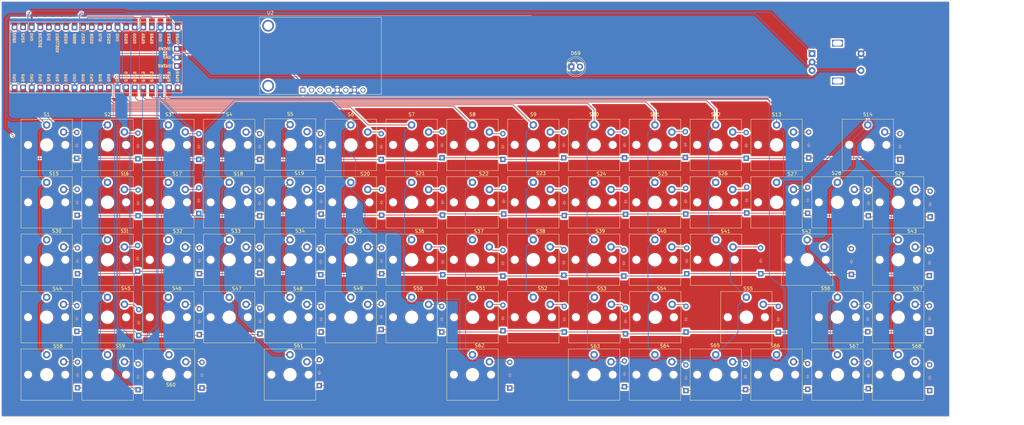
<source format=kicad_pcb>
(kicad_pcb (version 20240108) (generator "pcbnew") (generator_version "8.0")
  (layers (0 "F.Cu" signal) (31 "B.Cu" signal) (34 "B.Paste" user) (35 "F.Paste" user) (36 "B.SilkS" user "B.Silkscreen") (37 "F.SilkS" user "F.Silkscreen") (38 "B.Mask" user) (39 "F.Mask" user) (44 "Edge.Cuts" user))
  (net 0 "")
  (net 1 "Net-(D1-A)")
  (net 2 "ROW 0")
  (net 3 "Net-(D2-A)")
  (net 4 "Net-(D3-A)")
  (net 5 "Net-(D4-A)")
  (net 6 "Net-(D5-A)")
  (net 7 "Net-(D6-A)")
  (net 8 "Net-(D7-A)")
  (net 9 "Net-(D8-A)")
  (net 10 "Net-(D9-A)")
  (net 11 "Net-(D10-A)")
  (net 12 "Net-(D11-A)")
  (net 13 "Net-(D12-A)")
  (net 14 "Net-(D13-A)")
  (net 15 "Net-(D14-A)")
  (net 16 "Net-(D15-A)")
  (net 17 "ROW 1")
  (net 18 "Net-(D16-A)")
  (net 19 "Net-(D17-A)")
  (net 20 "Net-(D18-A)")
  (net 21 "Net-(D19-A)")
  (net 22 "Net-(D20-A)")
  (net 23 "Net-(D21-A)")
  (net 24 "Net-(D22-A)")
  (net 25 "Net-(D23-A)")
  (net 26 "Net-(D24-A)")
  (net 27 "Net-(D25-A)")
  (net 28 "Net-(D26-A)")
  (net 29 "Net-(D27-A)")
  (net 30 "Net-(D28-A)")
  (net 31 "Net-(D29-A)")
  (net 32 "Net-(D30-A)")
  (net 33 "ROW 2")
  (net 34 "Net-(D31-A)")
  (net 35 "Net-(D32-A)")
  (net 36 "Net-(D33-A)")
  (net 37 "Net-(D34-A)")
  (net 38 "Net-(D35-A)")
  (net 39 "Net-(D36-A)")
  (net 40 "Net-(D37-A)")
  (net 41 "Net-(D38-A)")
  (net 42 "Net-(D39-A)")
  (net 43 "Net-(D40-A)")
  (net 44 "Net-(D41-A)")
  (net 45 "Net-(D42-A)")
  (net 46 "Net-(D43-A)")
  (net 47 "Net-(D44-A)")
  (net 48 "ROW 3")
  (net 49 "Net-(D45-A)")
  (net 50 "Net-(D46-A)")
  (net 51 "Net-(D47-A)")
  (net 52 "Net-(D48-A)")
  (net 53 "Net-(D49-A)")
  (net 54 "Net-(D50-A)")
  (net 55 "Net-(D51-A)")
  (net 56 "Net-(D52-A)")
  (net 57 "Net-(D53-A)")
  (net 58 "Net-(D54-A)")
  (net 59 "Net-(D55-A)")
  (net 60 "Net-(D56-A)")
  (net 61 "Net-(D57-A)")
  (net 62 "ROW 4")
  (net 63 "Net-(D58-A)")
  (net 64 "Net-(D59-A)")
  (net 65 "Net-(D60-A)")
  (net 66 "Net-(D61-A)")
  (net 67 "Net-(D62-A)")
  (net 68 "Net-(D63-A)")
  (net 69 "Net-(D64-A)")
  (net 70 "Net-(D65-A)")
  (net 71 "Net-(D66-A)")
  (net 72 "Net-(D67-A)")
  (net 73 "Net-(D68-A)")
  (net 74 "GND")
  (net 75 "Net-(D69-A)")
  (net 76 "COL 1")
  (net 77 "COL 2")
  (net 78 "COL 3")
  (net 79 "COL 4")
  (net 80 "COL 5")
  (net 81 "COL 6")
  (net 82 "COL 7")
  (net 83 "COL 8")
  (net 84 "COL 9")
  (net 85 "COL 10")
  (net 86 "COL 11")
  (net 87 "COL 12")
  (net 88 "COL 13")
  (net 89 "COL 14")
  (net 90 "COL 16")
  (net 91 "COL 15")
  (net 92 "Net-(U1-GPIO22)")
  (net 93 "Net-(U1-GPIO26_ADC0)")
  (net 94 "Net-(U1-GPIO21)")
  (net 102 "Net-(U1-VBUS)")
  (footprint "ScottoKeebs_Choc:Choc_V1" (layer "F.Cu") (at 210.6 102)
    (property "Reference" "S54")
    (property "Value" "/")
  )
  (footprint "ScottoKeebs_Choc:Choc_V1" (layer "F.Cu") (at 48.5 119)
    (property "Reference" "S59")
    (property "Value" "win")
  )
  (footprint "ScottoKeebs_Choc:Choc_V1" (layer "F.Cu") (at 273.5 51)
    (property "Reference" "S14")
    (property "Value" "backspace")
  )
  (footprint "ScottoKeebs_Choc:Choc_V1" (layer "F.Cu") (at 282.5 119)
    (property "Reference" "S68")
    (property "Value" "right")
  )
  (footprint "ScottoKeebs_Choc:Choc_V1" (layer "F.Cu") (at 264.5 102)
    (property "Reference" "S56")
    (property "Value" "up arrow")
  )
  (footprint "ScottoKeebs_Choc:Choc_V1" (layer "F.Cu") (at 210.5 68)
    (property "Reference" "S25")
    (property "Value" "p")
  )
  (footprint "ScottoKeebs_MCU:Raspberry_Pi_Pico" (layer "F.Cu") (at 45.11 25.11 90)
    (property "Reference" "U1" (hide yes))
    (property "Value" "Raspberry_Pi_Pico" (hide yes))
  )
  (footprint "ScottoKeebs_Choc:Choc_V1" (layer "F.Cu") (at 102.5 119)
    (property "Reference" "S61")
    (property "Value" "space")
  )
  (footprint "ScottoKeebs_Choc:Choc_V1" (layer "F.Cu") (at 102.5 68)
    (property "Reference" "S19")
    (property "Value" "r")
  )
  (footprint "ScottoKeebs_Choc:Choc_V1" (layer "F.Cu") (at 84.5 85)
    (property "Reference" "S33")
    (property "Value" "d")
  )
  (footprint "ScottoKeebs_Choc:Choc_V1" (layer "F.Cu") (at 264.5 68)
    (property "Reference" "S28")
    (property "Value" "\\")
  )
  (footprint "ScottoKeebs_Choc:Choc_V1" (layer "F.Cu") (at 138.5 102)
    (property "Reference" "S50")
    (property "Value" "n")
  )
  (footprint "ScottoKeebs_Choc:Choc_V1" (layer "F.Cu") (at 228.6 85)
    (property "Reference" "S41")
    (property "Value" "'")
  )
  (footprint "ScottoKeebs_Choc:Choc_V1" (layer "F.Cu") (at 192.5 119)
    (property "Reference" "S63")
    (property "Value" "alt")
  )
  (footprint "ScottoKeebs_Choc:Choc_V1" (layer "F.Cu") (at 156.5 51)
    (property "Reference" "S8")
    (property "Value" "7")
  )
  (footprint "ScottoKeebs_Choc:Choc_V1" (layer "F.Cu") (at 174.5 51)
    (property "Reference" "S9")
    (property "Value" "8")
  )
  (footprint "ScottoKeebs_Choc:Choc_V1" (layer "F.Cu") (at 210.5 85)
    (property "Reference" "S40")
    (property "Value" ";")
  )
  (footprint "ScottoKeebs_Choc:Choc_V1" (layer "F.Cu") (at 48.5 51)
    (property "Reference" "S2")
    (property "Value" "1")
  )
  (footprint "ScottoKeebs_Choc:Choc_V1" (layer "F.Cu") (at 84.5 102)
    (property "Reference" "S47")
    (property "Value" "c")
  )
  (footprint "ScottoKeebs_Choc:Choc_V1" (layer "F.Cu") (at 237.55 102)
    (property "Reference" "S55")
    (property "Value" "shoft")
  )
  (footprint "2465:MODULE_2465" (layer "F.Cu") (at 111.52 24.6275)
    (property "Reference" "U2")
    (property "Value" "Powerboost 1000c")
  )
  (footprint "ScottoKeebs_Choc:Choc_V1" (layer "F.Cu") (at 120.5 51)
    (property "Reference" "S6")
    (property "Value" "5")
  )
  (footprint "ScottoKeebs_Choc:Choc_V1" (layer "F.Cu") (at 246.5 68)
    (property "Reference" "S27")
    (property "Value" "]")
  )
  (footprint "ScottoKeebs_Choc:Choc_V1" (layer "F.Cu") (at 120.5 85)
    (property "Reference" "S35")
    (property "Value" "g")
  )
  (footprint "ScottoKeebs_Choc:Choc_V1" (layer "F.Cu") (at 30.5 85)
    (property "Reference" "S30")
    (property "Value" "caps")
  )
  (footprint "LED_THT:LED_D5.0mm" (layer "F.Cu") (at 185.775 27.85)
    (property "Reference" "D69")
    (property "Value" "LED")
  )
  (footprint "ScottoKeebs_Choc:Choc_V1" (layer "F.Cu") (at 84.5 68)
    (property "Reference" "S18")
    (property "Value" "e")
  )
  (footprint "ScottoKeebs_Choc:Choc_V1" (layer "F.Cu") (at 174.5 68)
    (property "Reference" "S23")
    (property "Value" "i")
  )
  (footprint "ScottoKeebs_Choc:Choc_V1" (layer "F.Cu") (at 192.5 85)
    (property "Reference" "S39")
    (property "Value" "l")
  )
  (footprint "ScottoKeebs_Choc:Choc_V1" (layer "F.Cu") (at 48.5 68)
    (property "Reference" "S16")
    (property "Value" "q")
  )
  (footprint "ScottoKeebs_Choc:Choc_V1" (layer "F.Cu") (at 66.675 119)
    (property "Reference" "S60")
    (property "Value" "alt")
  )
  (footprint "ScottoKeebs_Choc:Choc_V1" (layer "F.Cu") (at 102.54 50.91)
    (property "Reference" "S5")
    (property "Value" "4")
  )
  (footprint "ScottoKeebs_Choc:Choc_V1" (layer "F.Cu") (at 282.5 68)
    (property "Reference" "S29")
    (property "Value" "delete")
  )
  (footprint "ScottoKeebs_Choc:Choc_V1" (layer "F.Cu") (at 264.5 119)
    (property "Reference" "S67")
    (property "Value" "down")
  )
  (footprint "ScottoKeebs_Choc:Choc_V1" (layer "F.Cu") (at 30.48 102)
    (property "Reference" "S44")
    (property "Value" "shift")
  )
  (footprint "ScottoKeebs_Choc:Choc_V1" (layer "F.Cu") (at 192.5 68)
    (property "Reference" "S24")
    (property "Value" "o")
  )
  (footprint "ScottoKeebs_Choc:Choc_V1" (layer "F.Cu") (at 120.5 68)
    (property "Reference" "S20")
    (property "Value" "t")
  )
  (footprint "ScottoKeebs_Choc:Choc_V1" (layer "F.Cu") (at 174.5 85)
    (property "Reference" "S38")
    (property "Value" "k")
  )
  (footprint "ScottoKeebs_Choc:Choc_V1" (layer "F.Cu") (at 102.5 102)
    (property "Reference" "S48")
    (property "Value" "v")
  )
  (footprint "ScottoKeebs_Choc:Choc_V1" (layer "F.Cu") (at 192.5 51)
    (property "Reference" "S10")
    (property "Value" "9")
  )
  (footprint "ScottoKeebs_Choc:Choc_V1" (layer "F.Cu") (at 282.5 102)
    (property "Reference" "S57")
    (property "Value" "page down")
  )
  (footprint "ScottoKeebs_Choc:Choc_V1" (layer "F.Cu") (at 174.5 102)
    (property "Reference" "S52")
    (property "Value" ",")
  )
  (footprint "ScottoKeebs_Choc:Choc_V1" (layer "F.Cu") (at 282.5 85)
    (property "Reference" "S43")
    (property "Value" "page up")
  )
  (footprint "ScottoKeebs_Choc:Choc_V1" (layer "F.Cu") (at 102.5 85)
    (property "Reference" "S34")
    (property "Value" "f")
  )
  (footprint "ScottoKeebs_Choc:Choc_V1" (layer "F.Cu") (at 48.5 85)
    (property "Reference" "S31")
    (property "Value" "a")
  )
  (footprint "ScottoKeebs_Choc:Choc_V1" (layer "F.Cu") (at 30.5 119)
    (property "Reference" "S58")
    (property "Value" "ctrl")
  )
  (footprint "ScottoKeebs_Choc:Choc_V1" (layer "F.Cu") (at 66.5 102)
    (property "Reference" "S46")
    (property "Value" "x")
  )
  (footprint "ScottoKeebs_Scotto:Encoder_EC11_MX" (layer "F.Cu") (at 264.5 26.5)
    (property "Reference" "SW1" (hide yes))
    (property "Value" "RotaryEncoder_Switch" (hide yes))
  )
  (footprint "ScottoKeebs_Choc:Choc_V1" (layer "F.Cu") (at 138.5 51)
    (property "Reference" "S7")
    (property "Value" "6")
  )
  (footprint "ScottoKeebs_Choc:Choc_V1" (layer "F.Cu") (at 138.5 68)
    (property "Reference" "S21")
    (property "Value" "y")
  )
  (footprint "ScottoKeebs_Choc:Choc_V1" (layer "F.Cu") (at 66.5 85)
    (property "Reference" "S32")
    (property "Value" "s")
  )
  (footprint "ScottoKeebs_Choc:Choc_V1" (layer "F.Cu") (at 84.5 51)
    (property "Reference" "S4")
    (property "Value" "3")
  )
  (footprint "ScottoKeebs_Choc:Choc_V1" (layer "F.Cu") (at 156.5 119)
    (property "Reference" "S62")
    (property "Value" "space")
  )
  (footprint "ScottoKeebs_Choc:Choc_V1" (layer "F.Cu") (at 48.5 102)
    (property "Reference" "S45")
    (property "Value" "z")
  )
  (footprint "ScottoKeebs_Choc:Choc_V1" (layer "F.Cu") (at 228.5 119)
    (property "Reference" "S65")
    (property "Value" "ctrl")
  )
  (footprint "ScottoKeebs_Choc:Choc_V1" (layer "F.Cu") (at 228.5 51)
    (property "Reference" "S12")
    (property "Value" "-")
  )
  (footprint "ScottoKeebs_Choc:Choc_V1" (layer "F.Cu") (at 255.55 85)
    (property "Reference" "S42")
    (property "Value" "enter")
  )
  (footprint "ScottoKeebs_Choc:Choc_V1" (layer "F.Cu") (at 192.6 102)
    (property "Reference" "S53")
    (property "Value" ".")
  )
  (footprint "ScottoKeebs_Choc:Choc_V1" (layer "F.Cu") (at 156.5 68)
    (property "Reference" "S22")
    (property "Value" "u")
  )
  (footprint "ScottoKeebs_Choc:Choc_V1" (layer "F.Cu") (at 210.5 119)
    (property "Reference" "S64")
    (property "Value" "menu")
  )
  (footprint "ScottoKeebs_Choc:Choc_V1" (layer "F.Cu") (at 246.5 51)
    (property "Reference" "S13")
    (property "Value" "+")
  )
  (footprint "ScottoKeebs_Choc:Choc_V1" (layer "F.Cu") (at 66.5 51)
    (property "Reference" "S3")
    (property "Value" "2")
  )
  (footprint "ScottoKeebs_Choc:Choc_V1" (layer "F.Cu") (at 156.552 102)
    (property "Reference" "S51")
    (property "Value" "m")
  )
  (footprint "ScottoKeebs_Choc:Choc_V1" (layer "F.Cu") (at 66.5 68)
    (property "Reference" "S17")
    (property "Value" "w")
  )
  (footprint "ScottoKeebs_Choc:Choc_V1" (layer "F.Cu") (at 228.5 68)
    (property "Reference" "S26")
    (property "Value" "[")
  )
  (footprint "ScottoKeebs_Choc:Choc_V1" (layer "F.Cu") (at 138.5 85)
    (property "Reference" "S36")
    (property "Value" "h")
  )
  (footprint "ScottoKeebs_Choc:Choc_V1" (layer "F.Cu") (at 246.5 119)
    (property "Reference" "S66")
    (property "Value" "left")
  )
  (footprint "ScottoKeebs_Choc:Choc_V1" (layer "F.Cu") (at 30.5 68)
    (property "Reference" "S15")
    (property "Value" "tab")
  )
  (footprint "ScottoKeebs_Choc:Choc_V1" (layer "F.Cu") (at 120.5 102)
    (property "Reference" "S49")
    (property "Value" "b")
  )
  (footprint "ScottoKeebs_Choc:Choc_V1" (layer "F.Cu") (at 156.5 85)
    (property "Reference" "S37")
    (property "Value" "j")
  )
  (footprint "ScottoKeebs_Choc:Choc_V1" (layer "F.Cu") (at 30.5 51)
    (property "Reference" "S1")
    (property "Value" "`")
  )
  (footprint "ScottoKeebs_Choc:Choc_V1" (layer "F.Cu") (at 210.5 51)
    (property "Reference" "S11")
    (property "Value" "0")
  )
  (footprint "ScottoKeebs_Components:Diode_DO-35" (layer "B.Cu") (at 93.5 72.01 90)
    (property "Reference" "D18" (hide yes))
    (property "Value" "Diode" (hide yes))
  )
  (footprint "ScottoKeebs_Components:Diode_DO-35" (layer "B.Cu") (at 237.325 123.41 90)
    (property "Reference" "D65" (hide yes))
    (property "Value" "Diode" (hide yes))
  )
  (footprint "ScottoKeebs_Components:Diode_DO-35" (layer "B.Cu") (at 219.6 71.46 90)
    (property "Reference" "D25" (hide yes))
    (property "Value" "Diode" (hide yes))
  )
  (footprint "ScottoKeebs_Components:Diode_DO-35" (layer "B.Cu") (at 75.5 55.31 90)
    (property "Reference" "D3" (hide yes))
    (property "Value" "Diode" (hide yes))
  )
  (footprint "ScottoKeebs_Components:Diode_DO-35" (layer "B.Cu") (at 75.7 89.11 90)
    (property "Reference" "D32" (hide yes))
    (property "Value" "Diode" (hide yes))
  )
  (footprint "ScottoKeebs_Components:Diode_DO-35" (layer "B.Cu") (at 237.5 54.96 90)
    (property "Reference" "D12" (hide yes))
    (property "Value" "Diode" (hide yes))
  )
  (footprint "ScottoKeebs_Components:Diode_DO-35" (layer "B.Cu") (at 93.5 55.31 90)
    (property "Reference" "D4" (hide yes))
    (property "Value" "Diode" (hide yes))
  )
  (footprint "ScottoKeebs_Components:Diode_DO-35" (layer "B.Cu") (at 57.5 55.12 90)
    (property "Reference" "D2" (hide yes))
    (property "Value" "Diode" (hide yes))
  )
  (footprint "ScottoKeebs_Components:Diode_DO-35" (layer "B.Cu") (at 201.5 54.81 90)
    (property "Reference" "D10" (hide yes))
    (property "Value" "Diode" (hide yes))
  )
  (footprint "ScottoKeebs_Components:Diode_DO-35" (layer "B.Cu") (at 291.75 106.235 90)
    (property "Reference" "D57" (hide yes))
    (property "Value" "Diode" (hide yes))
  )
  (footprint "ScottoKeebs_Components:Diode_DO-35" (layer "B.Cu") (at 201.775 106.935 90)
    (property "Reference" "D53" (hide yes))
    (property "Value" "Diode" (hide yes))
  )
  (footprint "ScottoKeebs_Components:Diode_DO-35" (layer "B.Cu") (at 75.5 71.31 90)
    (property "Reference" "D17" (hide yes))
    (property "Value" "Diode" (hide yes))
  )
  (footprint "ScottoKeebs_Components:Diode_DO-35" (layer "B.Cu") (at 57.725 107.37 90)
    (property "Reference" "D45" (hide yes))
    (property "Value" "Diode" (hide yes))
  )
  (footprint "ScottoKeebs_Components:Diode_DO-35" (layer "B.Cu") (at 201.475 122.585 90)
    (property "Reference" "D63" (hide yes))
    (property "Value" "Diode" (hide yes))
  )
  (footprint "ScottoKeebs_Components:Diode_DO-35" (layer "B.Cu") (at 183.55 89.61 90)
    (property "Reference" "D38" (hide yes))
    (property "Value" "Diode" (hide yes))
  )
  (footprint "ScottoKeebs_Components:Diode_DO-35" (layer "B.Cu") (at 219.9 89.12 90)
    (property "Reference" "D40" (hide yes))
    (property "Value" "Diode" (hide yes))
  )
  (footprint "ScottoKeebs_Components:Diode_DO-35" (layer "B.Cu") (at 268.65 89.35 90)
    (property "Reference" "D42" (hide yes))
    (property "Value" "Diode" (hide yes))
  )
  (footprint "ScottoKeebs_Components:Diode_DO-35" (layer "B.Cu") (at 39.5 71.81 90)
    (property "Reference" "D15" (hide yes))
    (property "Value" "Diode" (hide yes))
  )
  (footprint "ScottoKeebs_Components:Diode_DO-35" (layer "B.Cu") (at 57.4 88.41 90)
    (property "Reference" "D31" (hide yes))
    (property "Value" "Diode" (hide yes))
  )
  (footprint "ScottoKeebs_Components:Diode_DO-35" (layer "B.Cu") (at 111.15 122.235 90)
    (property "Reference" "D61" (hide yes))
    (property "Value" "Diode" (hide yes))
  )
  (footprint "ScottoKeebs_Components:Diode_DO-35" (layer "B.Cu") (at 219.675 123.745 90)
    (property "Reference" "D64" (hide yes))
    (property "Value" "Diode" (hide yes))
  )
  (footprint "ScottoKeebs_Components:Diode_DO-35" (layer "B.Cu") (at 147.4 106.385 90)
    (property "Reference" "D50" (hide yes))
    (property "Value" "Diode" (hide yes))
  )
  (footprint "ScottoKeebs_Components:Diode_DO-35" (layer "B.Cu") (at 39.425 106.21 90)
    (property "Reference" "D44" (hide yes))
    (property "Value" "Diode" (hide yes))
  )
  (footprint "ScottoKeebs_Components:Diode_DO-35" (layer "B.Cu") (at 273.65 72.01 90)
    (property "Reference" "D28" (hide yes))
    (property "Value" "Diode" (hide yes))
  )
  (footprint "ScottoKeebs_Components:Diode_DO-35" (layer "B.Cu") (at 76.45 122.96 90)
    (property "Reference" "D60" (hide yes))
    (property "Value" "Diode" (hide yes))
  )
  (footprint "ScottoKeebs_Components:Diode_DO-35" (layer "B.Cu") (at 129.5 55.31 90)
    (property "Reference" "D6" (hide yes))
    (property "Value" "Diode" (hide yes))
  )
  (footprint "ScottoKeebs_Components:Diode_DO-35" (layer "B.Cu") (at 129.6 71.82 90)
    (property "Reference" "D20" (hide yes))
    (property "Value" "Diode" (hide yes))
  )
  (footprint "ScottoKeebs_Components:Diode_DO-35" (layer "B.Cu") (at 93.5 88.935 90)
    (property "Reference" "D33" (hide yes))
    (property "Value" "Diode" (hide yes))
  )
  (footprint "ScottoKeebs_Components:Diode_DO-35" (layer "B.Cu") (at 256 54.86 90)
    (property "Reference" "D13" (hide yes))
    (property "Value" "Diode" (hide yes))
  )
  (footprint "ScottoKeebs_Components:Diode_DO-35" (layer "B.Cu") (at 57.55 71.985 90)
    (property "Reference" "D16" (hide yes))
    (property "Value" "Diode" (hide yes))
  )
  (footprint "ScottoKeebs_Components:Diode_DO-35" (layer "B.Cu") (at 219.7 106.385 90)
    (property "Reference" "D54" (hide yes))
    (property "Value" "Diode" (hide yes))
  )
  (footprint "ScottoKeebs_Components:Diode_DO-35" (layer "B.Cu") (at 241.8 89.11 90)
    (property "Reference" "D41" (hide yes))
    (property "Value" "Diode" (hide yes))
  )
  (footprint "ScottoKeebs_Components:Diode_DO-35" (layer "B.Cu") (at 93.6 106.935 90)
    (property "Reference" "D47" (hide yes))
    (property "Value" "Diode" (hide yes))
  )
  (footprint "ScottoKeebs_Components:Diode_DO-35" (layer "B.Cu") (at 167.55 122.96 90)
    (property "Reference" "D62" (hide yes))
    (property "Value" "Diode" (hide yes))
  )
  (footprint "ScottoKeebs_Components:Diode_DO-35" (layer "B.Cu") (at 57.55 123.45 90)
    (property "Reference" "D59" (hide yes))
    (property "Value" "Diode" (hide yes))
  )
  (footprint "ScottoKeebs_Components:Diode_DO-35" (layer "B.Cu") (at 129.475 105.635 90)
    (property "Reference" "D49" (hide yes))
    (property "Value" "Diode" (hide yes))
  )
  (footprint "ScottoKeebs_Components:Diode_DO-35" (layer "B.Cu") (at 39.61 122.9 90)
    (property "Reference" "D58" (hide yes))
    (property "Value" "Diode" (hide yes))
  )
  (footprint "ScottoKeebs_Components:Diode_DO-35" (layer "B.Cu") (at 283 55.31 90)
    (property "Reference" "D14" (hide yes))
    (property "Value" "Diode" (hide yes))
  )
  (footprint "ScottoKeebs_Components:Diode_DO-35" (layer "B.Cu") (at 165.75 71.45 90)
    (property "Reference" "D22" (hide yes))
    (property "Value" "Diode" (hide yes))
  )
  (footprint "ScottoKeebs_Components:Diode_DO-35" (layer "B.Cu") (at 255.7 71.21 90)
    (property "Reference" "D27" (hide yes))
    (property "Value" "Diode" (hide yes))
  )
  (footprint "ScottoKeebs_Components:Diode_DO-35" (layer "B.Cu") (at 147.625 71.76 90)
    (property "Reference" "D21" (hide yes))
    (property "Value" "Diode" (hide yes))
  )
  (footprint "ScottoKeebs_Components:Diode_DO-35" (layer "B.Cu") (at 237.65 71.16 90)
    (property "Reference" "D26" (hide yes))
    (property "Value" "Diode" (hide yes))
  )
  (footprint "ScottoKeebs_Components:Diode_DO-35" (layer "B.Cu") (at 111.5 55.31 90)
    (property "Reference" "D5" (hide yes))
    (property "Value" "Diode" (hide yes))
  )
  (footprint "ScottoKeebs_Components:Diode_DO-35" (layer "B.Cu") (at 273.625 123.135 90)
    (property "Reference" "D67" (hide yes))
    (property "Value" "Diode" (hide yes))
  )
  (footprint "ScottoKeebs_Components:Diode_DO-35" (layer "B.Cu") (at 111.7 71.5 90)
    (property "Reference" "D19" (hide yes))
    (property "Value" "Diode" (hide yes))
  )
  (footprint "ScottoKeebs_Components:Diode_DO-35" (layer "B.Cu") (at 219.5 54.72 90)
    (property "Reference" "D11" (hide yes))
    (property "Value" "Diode" (hide yes))
  )
  (footprint "ScottoKeebs_Components:Diode_DO-35" (layer "B.Cu") (at 147.5 54.81 90)
    (property "Reference" "D7" (hide yes))
    (property "Value" "Diode" (hide yes))
  )
  (footprint "ScottoKeebs_Components:Diode_DO-35" (layer "B.Cu") (at 247.025 106.41 90)
    (property "Reference" "D55" (hide yes))
    (property "Value" "Diode" (hide yes))
  )
  (footprint "ScottoKeebs_Components:Diode_DO-35" (layer "B.Cu") (at 165.5 89.82 90)
    (property "Reference" "D37" (hide yes))
    (property "Value" "Diode" (hide yes))
  )
  (footprint "ScottoKeebs_Components:Diode_DO-35" (layer "B.Cu") (at 165.525 106.045 90)
    (property "Reference" "D51" (hide yes))
    (property "Value" "Diode" (hide yes))
  )
  (footprint "ScottoKeebs_Components:Diode_DO-35" (layer "B.Cu") (at 111.725 106.385 90)
    (property "Reference" "D48" (hide yes))
    (property "Value" "Diode" (hide yes))
  )
  (footprint "ScottoKeebs_Components:Diode_DO-35" (layer "B.Cu") (at 111.6 89.41 90)
    (property "Reference" "D34" (hide yes))
    (property "Value" "Diode" (hide yes))
  )
  (footprint "ScottoKeebs_Components:Diode_DO-35" (layer "B.Cu") (at 183.5 54.81 90)
    (property "Reference" "D9" (hide yes))
    (property "Value" "Diode" (hide yes))
  )
  (footprint "ScottoKeebs_Components:Diode_DO-35" (layer "B.Cu") (at 255.7 123.345 90)
    (property "Reference" "D66" (hide yes))
    (property "Value" "Diode" (hide yes))
  )
  (footprint "ScottoKeebs_Components:Diode_DO-35" (layer "B.Cu") (at 291.8 123.71 90)
    (property "Reference" "D68" (hide yes))
    (property "Value" "Diode" (hide yes))
  )
  (footprint "ScottoKeebs_Components:Diode_DO-35" (layer "B.Cu") (at 291.725 89.685 90)
    (property "Reference" "D43" (hide yes))
    (property "Value" "Diode" (hide yes))
  )
  (footprint "ScottoKeebs_Components:Diode_DO-35" (layer "B.Cu") (at 165.5 55.31 90)
    (property "Reference" "D8" (hide yes))
    (property "Value" "Diode" (hide yes))
  )
  (footprint "ScottoKeebs_Components:Diode_DO-35" (layer "B.Cu") (at 201.8 71.56 90)
    (property "Reference" "D24" (hide yes))
    (property "Value" "Diode" (hide yes))
  )
  (footprint "ScottoKeebs_Components:Diode_DO-35" (layer "B.Cu") (at 183.65 71.91 90)
    (property "Reference" "D23" (hide yes))
    (property "Value" "Diode" (hide yes))
  )
  (footprint "ScottoKeebs_Components:Diode_DO-35" (layer "B.Cu") (at 201.3 89.81 90)
    (property "Reference" "D39" (hide yes))
    (property "Value" "Diode" (hide yes))
  )
  (footprint "ScottoKeebs_Components:Diode_DO-35" (layer "B.Cu") (at 147.7 89.42 90)
    (property "Reference" "D36" (hide yes))
    (property "Value" "Diode" (hide yes))
  )
  (footprint "ScottoKeebs_Components:Diode_DO-35" (layer "B.Cu") (at 273.5 106.31 90)
    (property "Reference" "D56" (hide yes))
    (property "Value" "Diode" (hide yes))
  )
  (footprint "ScottoKeebs_Components:Diode_DO-35" (layer "B.Cu") (at 129.6 89.12 90)
    (property "Reference" "D35" (hide yes))
    (property "Value" "Diode" (hide yes))
  )
  (footprint "ScottoKeebs_Components:Diode_DO-35" (layer "B.Cu") (at 291.95 72.31 90)
    (property "Reference" "D29" (hide yes))
    (property "Value" "Diode" (hide yes))
  )
  (footprint "ScottoKeebs_Components:Diode_DO-35" (layer "B.Cu") (at 39.39 54.95 90)
    (property "Reference" "D1" (hide yes))
    (property "Value" "Diode" (hide yes))
  )
  (footprint "ScottoKeebs_Components:Diode_DO-35" (layer "B.Cu") (at 183.65 106.385 90)
    (property "Reference" "D52" (hide yes))
    (property "Value" "Diode" (hide yes))
  )
  (footprint "ScottoKeebs_Components:Diode_DO-35" (layer "B.Cu") (at 39.6 89.12 90)
    (property "Reference" "D30" (hide yes))
    (property "Value" "Diode" (hide yes))
  )
  (footprint "ScottoKeebs_Components:Diode_DO-35" (layer "B.Cu") (at 75.675 107.135 90)
    (property "Reference" "D46" (hide yes))
    (property "Value" "Diode" (hide yes))
  )
  (gr_rect (start 16.7 8.15) (end 298.06 131.81) (stroke (width 0.05)) (fill none) (layer "Edge.Cuts"))
  (segment (start 39.39 47.33) (end 35.63 47.33) (width 0.2) (layer "F.Cu") (net 1))
  (segment (start 35.63 47.33) (end 35.5 47.2) (width 0.2) (layer "F.Cu") (net 1))
  (segment (start 183 55.31) (end 183.5 54.81) (width 0.2) (layer "F.Cu") (net 2))
  (segment (start 39.39 54.95) (end 57.33 54.95) (width 0.2) (layer "F.Cu") (net 2))
  (segment (start 165.5 55.31) (end 183 55.31) (width 0.2) (layer "F.Cu") (net 2))
  (segment (start 75.5 55.31) (end 93.5 55.31) (width 0.2) (layer "F.Cu") (net 2))
  (segment (start 57.5 55.12) (end 75.31 55.12) (width 0.2) (layer "F.Cu") (net 2))
  (segment (start 93.5 55.31) (end 111.5 55.31) (width 0.2) (layer "F.Cu") (net 2))
  (segment (start 147.5 54.81) (end 165 54.81) (width 0.2) (layer "F.Cu") (net 2))
  (segment (start 237.26 54.72) (end 237.5 54.96) (width 0.2) (layer "F.Cu") (net 2))
  (segment (start 219.41 54.81) (end 219.5 54.72) (width 0.2) (layer "F.Cu") (net 2))
  (segment (start 256 54.86) (end 282.55 54.86) (width 0.2) (layer "F.Cu") (net 2))
  (segment (start 129.5 55.31) (end 147 55.31) (width 0.2) (layer "F.Cu") (net 2))
  (segment (start 111.5 55.31) (end 129.5 55.31) (width 0.2) (layer "F.Cu") (net 2))
  (segment (start 255.9 54.96) (end 256 54.86) (width 0.2) (layer "F.Cu") (net 2))
  (segment (start 165 54.81) (end 165.5 55.31) (width 0.2) (layer "F.Cu") (net 2))
  (segment (start 201.5 54.81) (end 219.41 54.81) (width 0.2) (layer "F.Cu") (net 2))
  (segment (start 20.36 48.21) (end 27.1 54.95) (width 0.2) (layer "F.Cu") (net 2))
  (segment (start 237.5 54.96) (end 255.9 54.96) (width 0.2) (layer "F.Cu") (net 2))
  (segment (start 183.5 54.81) (end 201.5 54.81) (width 0.2) (layer "F.Cu") (net 2))
  (segment (start 75.31 55.12) (end 75.5 55.31) (width 0.2) (layer "F.Cu") (net 2))
  (segment (start 57.33 54.95) (end 57.5 55.12) (width 0.2) (layer "F.Cu") (net 2))
  (segment (start 219.5 54.72) (end 237.26 54.72) (width 0.2) (layer "F.Cu") (net 2))
  (segment (start 147 55.31) (end 147.5 54.81) (width 0.2) (layer "F.Cu") (net 2))
  (segment (start 282.55 54.86) (end 283 55.31) (width 0.2) (layer "F.Cu") (net 2))
  (segment (start 27.1 54.95) (end 39.39 54.95) (width 0.2) (layer "F.Cu") (net 2))
  (via (at 20.36 48.21) (size 0.6) (drill 0.3) (layers "F.Cu" "B.Cu") (net 2))
  (segment (start 20.36 47.95) (end 20.36 48.21) (width 0.2) (layer "B.Cu") (net 2))
  (segment (start 19.01 46.6) (end 20.36 47.95) (width 0.2) (layer "B.Cu") (net 2))
  (segment (start 18.3 13.624314) (end 18.3 45.89) (width 0.2) (layer "B.Cu") (net 2))
  (segment (start 18.3 45.89) (end 19.01 46.6) (width 0.2) (layer "B.Cu") (net 2))
  (segment (start 19.354314 12.57) (end 18.3 13.624314) (width 0.2) (layer "B.Cu") (net 2))
  (segment (start 65.59 12.57) (end 19.354314 12.57) (width 0.2) (layer "B.Cu") (net 2))
  (segment (start 69.24 16.22) (end 65.59 12.57) (width 0.2) (layer "B.Cu") (net 2))
  (segment (start 57.5 47.5) (end 53.8 47.5) (width 0.2) (layer "F.Cu") (net 3))
  (segment (start 53.8 47.5) (end 53.5 47.2) (width 0.2) (layer "F.Cu") (net 3))
  (segment (start 71.99 47.69) (end 71.5 47.2) (width 0.2) (layer "F.Cu") (net 4))
  (segment (start 75.5 47.69) (end 71.99 47.69) (width 0.2) (layer "F.Cu") (net 4))
  (segment (start 89.5 47.2) (end 93.01 47.2) (width 0.2) (layer "F.Cu") (net 5))
  (segment (start 93.01 47.2) (end 93.5 47.69) (width 0.2) (layer "F.Cu") (net 5))
  (segment (start 110.92 47.11) (end 111.5 47.69) (width 0.2) (layer "F.Cu") (net 6))
  (segment (start 107.54 47.11) (end 110.92 47.11) (width 0.2) (layer "F.Cu") (net 6))
  (segment (start 129.01 47.2) (end 129.5 47.69) (width 0.2) (layer "F.Cu") (net 7))
  (segment (start 125.5 47.2) (end 129.01 47.2) (width 0.2) (layer "F.Cu") (net 7))
  (segment (start 143.51 47.19) (end 143.5 47.2) (width 0.2) (layer "F.Cu") (net 8))
  (segment (start 147.5 47.19) (end 143.51 47.19) (width 0.2) (layer "F.Cu") (net 8))
  (segment (start 165.5 47.69) (end 161.99 47.69) (width 0.2) (layer "F.Cu") (net 9))
  (segment (start 161.99 47.69) (end 161.5 47.2) (width 0.2) (layer "F.Cu") (net 9))
  (segment (start 179.51 47.19) (end 179.5 47.2) (width 0.2) (layer "F.Cu") (net 10))
  (segment (start 183.5 47.19) (end 179.51 47.19) (width 0.2) (layer "F.Cu") (net 10))
  (segment (start 201.5 47.19) (end 197.51 47.19) (width 0.2) (layer "F.Cu") (net 11))
  (segment (start 197.51 47.19) (end 197.5 47.2) (width 0.2) (layer "F.Cu") (net 11))
  (segment (start 219.5 47.1) (end 215.6 47.1) (width 0.2) (layer "F.Cu") (net 12))
  (segment (start 215.6 47.1) (end 215.5 47.2) (width 0.2) (layer "F.Cu") (net 12))
  (segment (start 237.5 47.34) (end 233.64 47.34) (width 0.2) (layer "F.Cu") (net 13))
  (segment (start 233.64 47.34) (end 233.5 47.2) (width 0.2) (layer "F.Cu") (net 13))
  (segment (start 251.54 47.24) (end 251.5 47.2) (width 0.2) (layer "F.Cu") (net 14))
  (segment (start 256 47.24) (end 251.54 47.24) (width 0.2) (layer "F.Cu") (net 14))
  (segment (start 278.99 47.69) (end 278.5 47.2) (width 0.2) (layer "F.Cu") (net 15))
  (segment (start 283 47.69) (end 278.99 47.69) (width 0.2) (layer "F.Cu") (net 15))
  (segment (start 35.5 64.2) (end 39.49 64.2) (width 0.2) (layer "F.Cu") (net 16))
  (segment (start 39.49 64.2) (end 39.5 64.19) (width 0.2) (layer "F.Cu") (net 16))
  (segment (start 184 71.56) (end 183.65 71.91) (width 0.2) (layer "F.Cu") (net 17))
  (segment (start 76.2 72.01) (end 75.5 71.31) (width 0.2) (layer "F.Cu") (net 17))
  (segment (start 291.95 72.31) (end 273.95 72.31) (width 0.2) (layer "F.Cu") (net 17))
  (segment (start 219.9 71.16) (end 219.6 71.46) (width 0.2) (layer "F.Cu") (net 17))
  (segment (start 237.7 71.21) (end 237.65 71.16) (width 0.2) (layer "F.Cu") (net 17))
  (segment (start 237.65 71.16) (end 219.9 71.16) (width 0.2) (layer "F.Cu") (net 17))
  (segment (start 93.5 72.01) (end 76.2 72.01) (width 0.2) (layer "F.Cu") (net 17))
  (segment (start 165.75 71.45) (end 147.935 71.45) (width 0.2) (layer "F.Cu") (net 17))
  (segment (start 112.02 71.82) (end 111.7 71.5) (width 0.2) (layer "F.Cu") (net 17))
  (segment (start 94.01 71.5) (end 93.5 72.01) (width 0.2) (layer "F.Cu") (net 17))
  (segment (start 129.66 71.76) (end 129.6 71.82) (width 0.2) (layer "F.Cu") (net 17))
  (segment (start 75.5 71.31) (end 75.31 71.31) (width 0.2) (layer "F.Cu") (net 17))
  (segment (start 219.6 71.46) (end 201.9 71.46) (width 0.2) (layer "F.Cu") (net 17))
  (segment (start 201.9 71.46) (end 201.8 71.56) (width 0.2) (layer "F.Cu") (net 17))
  (segment (start 39.675 71.985) (end 39.5 71.81) (width 0.2) (layer "F.Cu") (net 17))
  (segment (start 147.625 71.76) (end 129.66 71.76) (width 0.2) (layer "F.Cu") (net 17))
  (segment (start 129.6 71.82) (end 112.02 71.82) (width 0.2) (layer "F.Cu") (net 17))
  (segment (start 273.65 72.01) (end 256.5 72.01) (width 0.2) (layer "F.Cu") (net 17))
  (segment (start 256.5 72.01) (end 255.7 71.21) (width 0.2) (layer "F.Cu") (net 17))
  (segment (start 273.95 72.31) (end 273.65 72.01) (width 0.2) (layer "F.Cu") (net 17))
  (segment (start 255.7 71.21) (end 237.7 71.21) (width 0.2) (layer "F.Cu") (net 17))
  (segment (start 147.935 71.45) (end 147.625 71.76) (width 0.2) (layer "F.Cu") (net 17))
  (segment (start 166.21 71.91) (end 165.75 71.45) (width 0.2) (layer "F.Cu") (net 17))
  (segment (start 74.635 71.985) (end 57.55 71.985) (width 0.2) (layer "F.Cu") (net 17))
  (segment (start 75.31 71.31) (end 74.635 71.985) (width 0.2) (layer "F.Cu") (net 17))
  (segment (start 111.7 71.5) (end 94.01 71.5) (width 0.2) (layer "F.Cu") (net 17))
  (segment (start 57.55 71.985) (end 39.675 71.985) (width 0.2) (layer "F.Cu") (net 17))
  (segment (start 183.65 71.91) (end 166.21 71.91) (width 0.2) (layer "F.Cu") (net 17))
  (segment (start 201.8 71.56) (end 184 71.56) (width 0.2) (layer "F.Cu") (net 17))
  (segment (start 74.06 69.87) (end 75.5 71.31) (width 0.2) (layer "B.Cu") (net 17))
  (segment (start 66.7 16.22) (end 65.55 17.37) (width 0.2) (layer "B.Cu") (net 17))
  (segment (start 74.06 46.76) (end 74.06 69.87) (width 0.2) (layer "B.Cu") (net 17))
  (segment (start 65.55 17.37) (end 65.55 38.25) (width 0.2) (layer "B.Cu") (net 17))
  (segment (start 65.55 38.25) (end 74.06 46.76) (width 0.2) (layer "B.Cu") (net 17))
  (segment (start 57.385 64.2) (end 57.55 64.365) (width 0.2) (layer "F.Cu") (net 18))
  (segment (start 53.5 64.2) (end 57.385 64.2) (width 0.2) (layer "F.Cu") (net 18))
  (segment (start 71.5 64.2) (end 74.99 64.2) (width 0.2) (layer "F.Cu") (net 19))
  (segment (start 74.99 64.2) (end 75.5 63.69) (width 0.2) (layer "F.Cu") (net 19))
  (segment (start 93.31 64.2) (end 93.5 64.39) (width 0.2) (layer "F.Cu") (net 20))
  (segment (start 89.5 64.2) (end 93.31 64.2) (width 0.2) (layer "F.Cu") (net 20))
  (segment (start 111.38 64.2) (end 111.7 63.88) (width 0.2) (layer "F.Cu") (net 21))
  (segment (start 107.5 64.2) (end 111.38 64.2) (width 0.2) (layer "F.Cu") (net 21))
  (segment (start 125.5 64.2) (end 129.6 64.2) (width 0.2) (layer "F.Cu") (net 22))
  (segment (start 143.5 64.2) (end 147.565 64.2) (width 0.2) (layer "F.Cu") (net 23))
  (segment (start 147.565 64.2) (end 147.625 64.14) (width 0.2) (layer "F.Cu") (net 23))
  (segment (start 165.38 64.2) (end 165.75 63.83) (width 0.2) (layer "F.Cu") (net 24))
  (segment (start 161.5 64.2) (end 165.38 64.2) (width 0.2) (layer "F.Cu") (net 24))
  (segment (start 183.56 64.2) (end 183.65 64.29) (width 0.2) (layer "F.Cu") (net 25))
  (segment (start 179.5 64.2) (end 183.56 64.2) (width 0.2) (layer "F.Cu") (net 25))
  (segment (start 201.54 64.2) (end 201.8 63.94) (width 0.2) (layer "F.Cu") (net 26))
  (segment (start 197.5 64.2) (end 201.54 64.2) (width 0.2) (layer "F.Cu") (net 26))
  (segment (start 219.24 64.2) (end 219.6 63.84) (width 0.2) (layer "F.Cu") (net 27))
  (segment (start 215.5 64.2) (end 219.24 64.2) (width 0.2) (layer "F.Cu") (net 27))
  (segment (start 233.5 64.2) (end 236.99 64.2) (width 0.2) (layer "F.Cu") (net 28))
  (segment (start 236.99 64.2) (end 237.65 63.54) (width 0.2) (layer "F.Cu") (net 28))
  (segment (start 251.5 64.2) (end 255.09 64.2) (width 0.2) (layer "F.Cu") (net 29))
  (segment (start 255.09 64.2) (end 255.7 63.59) (width 0.2) (layer "F.Cu") (net 29))
  (segment (start 273.46 64.2) (end 273.65 64.39) (width 0.2) (layer "F.Cu") (net 30))
  (segment (start 269.5 64.2) (end 273.46 64.2) (width 0.2) (layer "F.Cu") (net 30))
  (segment (start 287.5 64.2) (end 291.46 64.2) (width 0.2) (layer "F.Cu") (net 31))
  (segment (start 291.46 64.2) (end 291.95 64.69) (width 0.2) (layer "F.Cu") (net 31))
  (segment (start 39.3 81.2) (end 39.6 81.5) (width 0.2) (layer "F.Cu") (net 32))
  (segment (start 35.5 81.2) (end 39.3 81.2) (width 0.2) (layer "F.Cu") (net 32))
  (segment (start 39.6 89.12) (end 56.69 89.12) (width 0.2) (layer "F.Cu") (net 33))
  (segment (start 56.69 89.12) (end 57.4 88.41) (width 0.2) (layer "F.Cu") (net 33))
  (segment (start 183.55 89.61) (end 201.1 89.61) (width 0.2) (layer "F.Cu") (net 33))
  (segment (start 147.4 89.12) (end 147.7 89.42) (width 0.2) (layer "F.Cu") (net 33))
  (segment (start 268.65 89.35) (end 291.39 89.35) (width 0.2) (layer "F.Cu") (net 33))
  (segment (start 75.7 89.11) (end 93.325 89.11) (width 0.2) (layer "F.Cu") (net 33))
  (segment (start 129.6 89.12) (end 147.4 89.12) (width 0.2) (layer "F.Cu") (net 33))
  (segment (start 93.325 89.11) (end 93.5 88.935) (width 0.2) (layer "F.Cu") (net 33))
  (segment (start 57.4 88.41) (end 75 88.41) (width 0.2) (layer "F.Cu") (net 33))
  (segment (start 129.31 89.41) (end 129.6 89.12) (width 0.2) (layer "F.Cu") (net 33))
  (segment (start 219.9 89.12) (end 241.79 89.12) (width 0.2) (layer "F.Cu") (net 33))
  (segment (start 183.34 89.82) (end 183.55 89.61) (width 0.2) (layer "F.Cu") (net 33))
  (segment (start 241.79 89.12) (end 241.8 89.11) (width 0.2) (layer "F.Cu") (net 33))
  (segment (start 93.5 88.935) (end 111.125 88.935) (width 0.2) (layer "F.Cu") (net 33))
  (segment (start 241.8 89.11) (end 268.41 89.11) (width 0.2) (layer "F.Cu") (net 33))
  (segment (start 201.1 89.61) (end 201.3 89.81) (width 0.2) (layer "F.Cu") (net 33))
  (segment (start 147.7 89.42) (end 165.1 89.42) (width 0.2) (layer "F.Cu") (net 33))
  (segment (start 268.41 89.11) (end 268.65 89.35) (width 0.2) (layer "F.Cu") (net 33))
  (segment (start 291.39 89.35) (end 291.725 89.685) (width 0.2) (layer "F.Cu") (net 33))
  (segment (start 165.1 89.42) (end 165.5 89.82) (width 0.2) (layer "F.Cu") (net 33))
  (segment (start 111.6 89.41) (end 129.31 89.41) (width 0.2) (layer "F.Cu") (net 33))
  (segment (start 111.125 88.935) (end 111.6 89.41) (width 0.2) (layer "F.Cu") (net 33))
  (segment (start 219.21 89.81) (end 219.9 89.12) (width 0.2) (layer "F.Cu") (net 33))
  (segment (start 201.3 89.81) (end 219.21 89.81) (width 0.2) (layer "F.Cu") (net 33))
  (segment (start 75 88.41) (end 75.7 89.11) (width 0.2) (layer "F.Cu") (net 33))
  (segment (start 165.5 89.82) (end 183.34 89.82) (width 0.2) (layer "F.Cu") (net 33))
  (segment (start 57.89 13.86) (end 58.78 12.97) (width 0.2) (layer "B.Cu") (net 33))
  (segment (start 57.89 16.496346) (end 57.89 13.86) (width 0.2) (layer "B.Cu") (net 33))
  (segment (start 61.47 13.37) (end 61.62 13.52) (width 0.2) (layer "B.Cu") (net 33))
  (segment (start 61.47 13.17) (end 61.47 13.37) (width 0.2) (layer "B.Cu") (net 33))
  (segment (start 61.27 12.97) (end 61.47 13.17) (width 0.2) (layer "B.Cu") (net 33))
  (segment (start 58.78 12.97) (end 61.27 12.97) (width 0.2) (layer "B.Cu") (net 33))
  (segment (start 55.39 18.996346) (end 57.89 16.496346) (width 0.2) (layer "B.Cu") (net 33))
  (segment (start 57.4 88.41) (end 55.39 86.4) (width 0.2) (layer "B.Cu") (net 33))
  (segment (start 55.39 86.4) (end 55.39 18.996346) (width 0.2) (layer "B.Cu") (net 33))
  (segment (start 61.62 13.52) (end 61.62 16.22) (width 0.2) (layer "B.Cu") (net 33))
  (segment (start 53.5 81.2) (end 56.99 81.2) (width 0.2) (layer "F.Cu") (net 34))
  (segment (start 56.99 81.2) (end 57.4 80.79) (width 0.2) (layer "F.Cu") (net 34))
  (segment (start 75.41 81.2) (end 75.7 81.49) (width 0.2) (layer "F.Cu") (net 35))
  (segment (start 71.5 81.2) (end 75.41 81.2) (width 0.2) (layer "F.Cu") (net 35))
  (segment (start 89.5 81.2) (end 93.385 81.2) (width 0.2) (layer "F.Cu") (net 36))
  (segment (start 93.385 81.2) (end 93.5 81.315) (width 0.2) (layer "F.Cu") (net 36))
  (segment (start 107.5 81.2) (end 111.01 81.2) (width 0.2) (layer "F.Cu") (net 37))
  (segment (start 111.01 81.2) (end 111.6 81.79) (width 0.2) (layer "F.Cu") (net 37))
  (segment (start 129.3 81.2) (end 129.6 81.5) (width 0.2) (layer "F.Cu") (net 38))
  (segment (start 125.5 81.2) (end 129.3 81.2) (width 0.2) (layer "F.Cu") (net 38))
  (segment (start 143.5 81.2) (end 147.1 81.2) (width 0.2) (layer "F.Cu") (net 39))
  (segment (start 147.1 81.2) (end 147.7 81.8) (width 0.2) (layer "F.Cu") (net 39))
  (segment (start 162.5 82.2) (end 165.5 82.2) (width 0.2) (layer "F.Cu") (net 40))
  (segment (start 161.5 81.2) (end 162.5 82.2) (width 0.2) (layer "F.Cu") (net 40))
  (segment (start 179.5 81.2) (end 182.76 81.2) (width 0.2) (layer "F.Cu") (net 41))
  (segment (start 182.76 81.2) (end 183.55 81.99) (width 0.2) (layer "F.Cu") (net 41))
  (segment (start 200.31 81.2) (end 201.3 82.19) (width 0.2) (layer "F.Cu") (net 42))
  (segment (start 197.5 81.2) (end 200.31 81.2) (width 0.2) (layer "F.Cu") (net 42))
  (segment (start 215.5 81.2) (end 219.6 81.2) (width 0.2) (layer "F.Cu") (net 43))
  (segment (start 219.6 81.2) (end 219.9 81.5) (width 0.2) (layer "F.Cu") (net 43))
  (segment (start 241.51 81.2) (end 241.8 81.49) (width 0.2) (layer "F.Cu") (net 44))
  (segment (start 233.6 81.2) (end 241.51 81.2) (width 0.2) (layer "F.Cu") (net 44))
  (segment (start 268.12 81.2) (end 268.65 81.73) (width 0.2) (layer "F.Cu") (net 45))
  (segment (start 260.55 81.2) (end 268.12 81.2) (width 0.2) (layer "F.Cu") (net 45))
  (segment (start 290.86 81.2) (end 291.725 82.065) (width 0.2) (layer "F.Cu") (net 46))
  (segment (start 287.5 81.2) (end 290.86 81.2) (width 0.2) (layer "F.Cu") (net 46))
  (segment (start 39.035 98.2) (end 39.425 98.59) (width 0.2) (layer "F.Cu") (net 47))
  (segment (start 35.48 98.2) (end 39.035 98.2) (width 0.2) (layer "F.Cu") (net 47))
  (segment (start 273.4 106.41) (end 273.5 106.31) (width 0.2) (layer "F.Cu") (net 48))
  (segment (start 146.65 105.635) (end 147.4 106.385) (width 0.2) (layer "F.Cu") (net 48))
  (segment (start 183.31 106.045) (end 183.65 106.385) (width 0.2) (layer "F.Cu") (net 48))
  (segment (start 128.725 106.385) (end 129.475 105.635) (width 0.2) (layer "F.Cu") (net 48))
  (segment (start 291.675 106.31) (end 291.75 106.235) (width 0.2) (layer "F.Cu") (net 48))
  (segment (start 111.725 106.385) (end 128.725 106.385) (width 0.2) (layer "F.Cu") (net 48))
  (segment (start 93.6 106.935) (end 111.175 106.935) (width 0.2) (layer "F.Cu") (net 48))
  (segment (start 201.225 106.385) (end 201.775 106.935) (width 0.2) (layer "F.Cu") (net 48))
  (segment (start 147.4 106.385) (end 165.185 106.385) (width 0.2) (layer "F.Cu") (net 48))
  (segment (start 165.185 106.385) (end 165.525 106.045) (width 0.2) (layer "F.Cu") (net 48))
  (segment (start 56.565 106.21) (end 57.725 107.37) (width 0.2) (layer "F.Cu") (net 48))
  (segment (start 165.525 106.045) (end 183.31 106.045) (width 0.2) (layer "F.Cu") (net 48))
  (segment (start 75.44 107.37) (end 75.675 107.135) (width 0.2) (layer "F.Cu") (net 48))
  (segment (start 183.65 106.385) (end 201.225 106.385) (width 0.2) (layer "F.Cu") (net 48))
  (segment (start 39.425 106.21) (end 56.565 106.21) (width 0.2) (layer "F.Cu") (net 48))
  (segment (start 75.675 107.135) (end 93.4 107.135) (width 0.2) (layer "F.Cu") (net 48))
  (segment (start 273.5 106.31) (end 291.675 106.31) (width 0.2) (layer "F.Cu") (net 48))
  (segment (start 201.775 106.935) (end 219.15 106.935) (width 0.2) (layer "F.Cu") (net 48))
  (segment (start 247.025 106.41) (end 273.4 106.41) (width 0.2) (layer "F.Cu") (net 48))
  (segment (start 219.15 106.935) (end 219.7 106.385) (width 0.2) (layer "F.Cu") (net 48))
  (segment (start 129.475 105.635) (end 146.65 105.635) (width 0.2) (layer "F.Cu") (net 48))
  (segment (start 219.7 106.385) (end 247 106.385) (width 0.2) (layer "F.Cu") (net 48))
  (segment (start 111.175 106.935) (end 111.725 106.385) (width 0.2) (layer "F.Cu") (net 48))
  (segment (start 57.725 107.37) (end 75.44 107.37) (width 0.2) (layer "F.Cu") (net 48))
  (segment (start 93.4 107.135) (end 93.6 106.935) (width 0.2) (layer "F.Cu") (net 48))
  (segment (start 247 106.385) (end 247.025 106.41) (width 0.2) (layer "F.Cu") (net 48))
  (segment (start 58.825 106.27) (end 58.825 35.485) (width 0.2) (layer "B.Cu") (net 48))
  (segment (start 57.93 17.37) (end 59.08 16.22) (width 0.2) (layer "B.Cu") (net 48))
  (segment (start 58.825 35.485) (end 57.93 34.59) (width 0.2) (layer "B.Cu") (net 48))
  (segment (start 57.93 34.59) (end 57.93 17.37) (width 0.2) (layer "B.Cu") (net 48))
  (segment (start 57.725 107.37) (end 58.825 106.27) (width 0.2) (layer "B.Cu") (net 48))
  (segment (start 56.175 98.2) (end 57.725 99.75) (width 0.2) (layer "F.Cu") (net 49))
  (segment (start 53.5 98.2) (end 56.175 98.2) (width 0.2) (layer "F.Cu") (net 49))
  (segment (start 71.5 98.2) (end 74.36 98.2) (width 0.2) (layer "F.Cu") (net 50))
  (segment (start 74.36 98.2) (end 75.675 99.515) (width 0.2) (layer "F.Cu") (net 50))
  (segment (start 89.5 98.2) (end 92.485 98.2) (width 0.2) (layer "F.Cu") (net 51))
  (segment (start 92.485 98.2) (end 93.6 99.315) (width 0.2) (layer "F.Cu") (net 51))
  (segment (start 107.5 98.2) (end 111.16 98.2) (width 0.2) (layer "F.Cu") (net 52))
  (segment (start 111.16 98.2) (end 111.725 98.765) (width 0.2) (layer "F.Cu") (net 52))
  (segment (start 125.5 98.2) (end 129.29 98.2) (width 0.2) (layer "F.Cu") (net 53))
  (segment (start 129.29 98.2) (end 129.475 98.015) (width 0.2) (layer "F.Cu") (net 53))
  (segment (start 146.835 98.2) (end 147.4 98.765) (width 0.2) (layer "F.Cu") (net 54))
  (segment (start 143.5 98.2) (end 146.835 98.2) (width 0.2) (layer "F.Cu") (net 54))
  (segment (start 165.3 98.2) (end 165.525 98.425) (width 0.2) (layer "F.Cu") (net 55))
  (segment (start 161.552 98.2) (end 165.3 98.2) (width 0.2) (layer "F.Cu") (net 55))
  (segment (start 179.5 98.2) (end 183.085 98.2) (width 0.2) (layer "F.Cu") (net 56))
  (segment (start 183.085 98.2) (end 183.65 98.765) (width 0.2) (layer "F.Cu") (net 56))
  (segment (start 197.6 98.2) (end 200.66 98.2) (width 0.2) (layer "F.Cu") (net 57))
  (segment (start 200.66 98.2) (end 201.775 99.315) (width 0.2) (layer "F.Cu") (net 57))
  (segment (start 219.135 98.2) (end 219.7 98.765) (width 0.2) (layer "F.Cu") (net 58))
  (segment (start 215.6 98.2) (end 219.135 98.2) (width 0.2) (layer "F.Cu") (net 58))
  (segment (start 246.435 98.2) (end 247.025 98.79) (width 0.2) (layer "F.Cu") (net 59))
  (segment (start 242.55 98.2) (end 246.435 98.2) (width 0.2) (layer "F.Cu") (net 59))
  (segment (start 273.01 98.2) (end 273.5 98.69) (width 0.2) (layer "F.Cu") (net 60))
  (segment (start 269.5 98.2) (end 273.01 98.2) (width 0.2) (layer "F.Cu") (net 60))
  (segment (start 291.335 98.2) (end 291.75 98.615) (width 0.2) (layer "F.Cu") (net 61))
  (segment (start 287.5 98.2) (end 291.335 98.2) (width 0.2) (layer "F.Cu") (net 61))
  (segment (start 201.475 122.585) (end 218.515 122.585) (width 0.2) (layer "F.Cu") (net 62))
  (segment (start 255.635 123.41) (end 255.7 123.345) (width 0.2) (layer "F.Cu") (net 62))
  (segment (start 273.415 123.345) (end 273.625 123.135) (width 0.2) (layer "F.Cu") (net 62))
  (segment (start 237.325 123.41) (end 255.635 123.41) (width 0.2) (layer "F.Cu") (net 62))
  (segment (start 201.1 122.96) (end 201.475 122.585) (width 0.2) (layer "F.Cu") (net 62))
  (segment (start 110.425 122.96) (end 111.15 122.235) (width 0.2) (layer "F.Cu") (net 62))
  (segment (start 236.99 123.745) (end 237.325 123.41) (width 0.2) (layer "F.Cu") (net 62))
  (segment (start 255.7 123.345) (end 273.415 123.345) (width 0.2) (layer "F.Cu") (net 62))
  (segment (start 111.15 122.235) (end 166.825 122.235) (width 0.2) (layer "F.Cu") (net 62))
  (segment (start 167.55 122.96) (end 201.1 122.96) (width 0.2) (layer "F.Cu") (net 62))
  (segment (start 39.61 122.9) (end 57 122.9) (width 0.2) (layer "F.Cu") (net 62))
  (segment (start 218.515 122.585) (end 219.675 123.745) (width 0.2) (layer "F.Cu") (net 62))
  (segment (start 219.675 123.745) (end 236.99 123.745) (width 0.2) (layer "F.Cu") (net 62))
  (segment (start 76.45 122.96) (end 110.425 122.96) (width 0.2) (layer "F.Cu") (net 62))
  (segment (start 75.96 123.45) (end 76.45 122.96) (width 0.2) (layer "F.Cu") (net 62))
  (segment (start 57.55 123.45) (end 75.96 123.45) (width 0.2) (layer "F.Cu") (net 62))
  (segment (start 57 122.9) (end 57.55 123.45) (width 0.2) (layer "F.Cu") (net 62))
  (segment (start 291.225 123.135) (end 291.8 123.71) (width 0.2) (layer "F.Cu") (net 62))
  (segment (start 273.625 123.135) (end 291.225 123.135) (width 0.2) (layer "F.Cu") (net 62))
  (segment (start 166.825 122.235) (end 167.55 122.96) (width 0.2) (layer "F.Cu") (net 62))
  (segment (start 57.55 123.45) (end 56.55 123.45) (width 0.2) (layer "B.Cu") (net 62))
  (segment (start 56.55 123.45) (end 50.575 117.475) (width 0.2) (layer "B.Cu") (net 62))
  (segment (start 50.575 44.295) (end 49.81 43.53) (width 0.2) (layer "B.Cu") (net 62))
  (segment (start 19.52 12.97) (end 56.04 12.97) (width 0.2) (layer "B.Cu") (net 62))
  (segment (start 56.61 13.54) (end 56.61 16.15) (width 0.2) (layer "B.Cu") (net 62))
  (segment (start 56.04 12.97) (end 56.61 13.54) (width 0.2) (layer "B.Cu") (net 62))
  (segment (start 18.7 13.79) (end 19.52 12.97) (width 0.2) (layer "B.Cu") (net 62))
  (segment (start 50.575 117.475) (end 50.575 44.295) (width 0.2) (layer "B.Cu") (net 62))
  (segment (start 26.44 43.53) (end 26.29 43.68) (width 0.2) (layer "B.Cu") (net 62))
  (segment (start 49.81 43.53) (end 26.44 43.53) (width 0.2) (layer "B.Cu") (net 62))
  (segment (start 56.61 16.15) (end 56.54 16.22) (width 0.2) (layer "B.Cu") (net 62))
  (segment (start 18.7 42.51) (end 18.7 13.79) (width 0.2) (layer "B.Cu") (net 62))
  (segment (start 26.29 43.68) (end 19.87 43.68) (width 0.2) (layer "B.Cu") (net 62))
  (segment (start 19.87 43.68) (end 18.7 42.51) (width 0.2) (layer "B.Cu") (net 62))
  (segment (start 35.5 115.2) (end 39.53 115.2) (width 0.2) (layer "F.Cu") (net 63))
  (segment (start 39.53 115.2) (end 39.61 115.28) (width 0.2) (layer "F.Cu") (net 63))
  (segment (start 53.5 115.2) (end 56.92 115.2) (width 0.2) (layer "F.Cu") (net 64))
  (segment (start 56.92 115.2) (end 57.55 115.83) (width 0.2) (layer "F.Cu") (net 64))
  (segment (start 76.31 115.2) (end 76.45 115.34) (width 0.2) (layer "F.Cu") (net 65))
  (segment (start 71.675 115.2) (end 76.31 115.2) (width 0.2) (layer "F.Cu") (net 65))
  (segment (start 110.565 115.2) (end 111.15 114.615) (width 0.2) (layer "F.Cu") (net 66))
  (segment (start 107.5 115.2) (end 110.565 115.2) (width 0.2) (layer "F.Cu") (net 66))
  (segment (start 167.41 115.2) (end 167.55 115.34) (width 0.2) (layer "F.Cu") (net 67))
  (segment (start 161.5 115.2) (end 167.41 115.2) (width 0.2) (layer "F.Cu") (net 67))
  (segment (start 201.24 115.2) (end 201.475 114.965) (width 0.2) (layer "F.Cu") (net 68))
  (segment (start 197.5 115.2) (end 201.24 115.2) (width 0.2) (layer "F.Cu") (net 68))
  (segment (start 215.5 115.2) (end 218.75 115.2) (width 0.2) (layer "F.Cu") (net 69))
  (segment (start 218.75 115.2) (end 219.675 116.125) (width 0.2) (layer "F.Cu") (net 69))
  (segment (start 233.5 115.2) (end 236.735 115.2) (width 0.2) (layer "F.Cu") (net 70))
  (segment (start 236.735 115.2) (end 237.325 115.79) (width 0.2) (layer "F.Cu") (net 70))
  (segment (start 255.175 115.2) (end 255.7 115.725) (width 0.2) (layer "F.Cu") (net 71))
  (segment (start 251.5 115.2) (end 255.175 115.2) (width 0.2) (layer "F.Cu") (net 71))
  (segment (start 273.31 115.2) (end 273.625 115.515) (width 0.2) (layer "F.Cu") (net 72))
  (segment (start 269.5 115.2) (end 273.31 115.2) (width 0.2) (layer "F.Cu") (net 72))
  (segment (start 290.91 115.2) (end 291.8 116.09) (width 0.2) (layer "F.Cu") (net 73))
  (segment (start 287.5 115.2) (end 290.91 115.2) (width 0.2) (layer "F.Cu") (net 73))
  (segment (start 257 26.5) (end 269 26.5) (width 0.2) (layer "F.Cu") (net 74))
  (segment (start 52.61 32.85) (end 51.46 34) (width 0.2) (layer "F.Cu") (net 74))
  (segment (start 37.61 32.85) (end 27.21 32.85) (width 0.2) (layer "F.Cu") (net 74))
  (segment (start 51.46 16.22) (end 52.61 17.37) (width 0.2) (layer "F.Cu") (net 74))
  (segment (start 27.21 32.85) (end 26.06 34) (width 0.2) (layer "F.Cu") (net 74))
  (segment (start 64.16 34) (end 63.01 32.85) (width 0.2) (layer "F.Cu") (net 74))
  (segment (start 63.01 17.37) (end 64.16 16.22) (width 0.2) (layer "F.Cu") (net 74))
  (segment (start 63.01 32.85) (end 52.61 32.85) (width 0.2) (layer "F.Cu") (net 74))
  (segment (start 38.76 34) (end 39.91 32.85) (width 0.2) (layer "F.Cu") (net 74))
  (segment (start 52.61 17.37) (end 63.01 17.37) (width 0.2) (layer "F.Cu") (net 74))
  (segment (start 269 26.5) (end 271.5 24) (width 0.2) (layer "F.Cu") (net 74))
  (segment (start 71.65 25.11) (end 69.01 25.11) (width 0.2) (layer "F.Cu") (net 74))
  (segment (start 39.91 32.85) (end 50.31 32.85) (width 0.2) (layer "F.Cu") (net 74))
  (segment (start 50.31 32.85) (end 51.46 34) (width 0.2) (layer "F.Cu") (net 74))
  (segment (start 38.76 34) (end 37.61 32.85) (width 0.2) (layer "F.Cu") (net 74))
  (segment (start 69.43 25.53) (end 69.01 25.11) (width 0.2) (layer "B.Cu") (net 74))
  (segment (start 41.3 14.66) (end 41.3 16.22) (width 0.2) (layer "F.Cu") (net 75))
  (segment (start 188.315 27.85) (end 173.735 13.27) (width 0.2) (layer "F.Cu") (net 75))
  (segment (start 42.69 13.27) (end 41.3 14.66) (width 0.2) (layer "F.Cu") (net 75))
  (segment (start 173.735 13.27) (end 42.69 13.27) (width 0.2) (layer "F.Cu") (net 75))
  (segment (start 30.5 45.1) (end 20.98 35.58) (width 0.2) (layer "F.Cu") (net 76))
  (segment (start 20.98 35.58) (end 20.98 34) (width 0.2) (layer "F.Cu") (net 76))
  (segment (start 28.425 47.175) (end 30.5 45.1) (width 0.2) (layer "B.Cu") (net 76))
  (segment (start 28.425 64.175) (end 30.5 62.1) (width 0.2) (layer "B.Cu") (net 76))
  (segment (start 28.425 77.025) (end 28.425 64.175) (width 0.2) (layer "B.Cu") (net 76))
  (segment (start 30.48 96.1) (end 28.425 94.045) (width 0.2) (layer "B.Cu") (net 76))
  (segment (start 30.5 113.1) (end 28.405 111.005) (width 0.2) (layer "B.Cu") (net 76))
  (segment (start 30.5 79.1) (end 28.425 77.025) (width 0.2) (layer "B.Cu") (net 76))
  (segment (start 28.425 81.175) (end 30.5 79.1) (width 0.2) (layer "B.Cu") (net 76))
  (segment (start 28.405 111.005) (end 28.405 98.175) (width 0.2) (layer "B.Cu") (net 76))
  (segment (start 28.405 98.175) (end 30.48 96.1) (width 0.2) (layer "B.Cu") (net 76))
  (segment (start 28.425 94.045) (end 28.425 81.175) (width 0.2) (layer "B.Cu") (net 76))
  (segment (start 30.5 62.1) (end 28.425 60.025) (width 0.2) (layer "B.Cu") (net 76))
  (segment (start 28.425 60.025) (end 28.425 47.175) (width 0.2) (layer "B.Cu") (net 76))
  (segment (start 23.52 35.56) (end 23.52 34) (width 0.2) (layer "F.Cu") (net 77))
  (segment (start 48.5 45.1) (end 33.06 45.1) (width 0.2) (layer "F.Cu") (net 77))
  (segment (start 33.06 45.1) (end 23.52 35.56) (width 0.2) (layer "F.Cu") (net 77))
  (segment (start 46.425 111.025) (end 46.425 98.175) (width 0.2) (layer "B.Cu") (net 77))
  (segment (start 46.425 64.175) (end 48.5 62.1) (width 0.2) (layer "B.Cu") (net 77))
  (segment (start 46.425 98.175) (end 48.5 96.1) (width 0.2) (layer "B.Cu") (net 77))
  (segment (start 46.425 47.175) (end 48.5 45.1) (width 0.2) (layer "B.Cu") (net 77))
  (segment (start 48.5 113.1) (end 46.425 111.025) (width 0.2) (layer "B.Cu") (net 77))
  (segment (start 46.425 60.025) (end 46.425 47.175) (width 0.2) (layer "B.Cu") (net 77))
  (segment (start 46.425 81.175) (end 48.5 79.1) (width 0.2) (layer "B.Cu") (net 77))
  (segment (start 48.5 62.1) (end 46.425 60.025) (width 0.2) (layer "B.Cu") (net 77))
  (segment (start 46.425 77.025) (end 46.425 64.175) (width 0.2) (layer "B.Cu") (net 77))
  (segment (start 48.5 79.1) (end 46.425 77.025) (width 0.2) (layer "B.Cu") (net 77))
  (segment (start 48.5 96.1) (end 46.425 94.025) (width 0.2) (layer "B.Cu") (net 77))
  (segment (start 46.425 94.025) (end 46.425 81.175) (width 0.2) (layer "B.Cu") (net 77))
  (segment (start 32.59 42.26) (end 28.6 38.27) (width 0.2) (layer "F.Cu") (net 78))
  (segment (start 28.6 38.27) (end 28.6 34) (width 0.2) (layer "F.Cu") (net 78))
  (segment (start 63.66 42.26) (end 32.59 42.26) (width 0.2) (layer "F.Cu") (net 78))
  (segment (start 66.5 45.1) (end 63.66 42.26) (width 0.2) (layer "F.Cu") (net 78))
  (segment (start 66.5 79.1) (end 64.425 77.025) (width 0.2) (layer "B.Cu") (net 78))
  (segment (start 64.425 98.175) (end 66.5 96.1) (width 0.2) (layer "B.Cu") (net 78))
  (segment (start 66.5 62.1) (end 64.425 60.025) (width 0.2) (layer "B.Cu") (net 78))
  (segment (start 66.675 113.1) (end 64.425 110.85) (width 0.2) (layer "B.Cu") (net 78))
  (segment (start 64.425 64.175) (end 66.5 62.1) (width 0.2) (layer "B.Cu") (net 78))
  (segment (start 64.425 47.175) (end 66.5 45.1) (width 0.2) (layer "B.Cu") (net 78))
  (segment (start 64.425 81.175) (end 66.5 79.1) (width 0.2) (layer "B.Cu") (net 78))
  (segment (start 64.425 110.85) (end 64.425 98.175) (width 0.2) (layer "B.Cu") (net 78))
  (segment (start 64.425 77.025) (end 64.425 64.175) (width 0.2) (layer "B.Cu") (net 78))
  (segment (start 64.425 60.025) (end 64.425 47.175) (width 0.2) (layer "B.Cu") (net 78))
  (segment (start 64.425 94.025) (end 64.425 81.175) (width 0.2) (layer "B.Cu") (net 78))
  (segment (start 66.5 96.1) (end 64.425 94.025) (width 0.2) (layer "B.Cu") (net 78))
  (segment (start 31.14 38.79) (end 31.14 34) (width 0.2) (layer "F.Cu") (net 79))
  (segment (start 83.73 41.13) (end 33.48 41.13) (width 0.2) (layer "F.Cu") (net 79))
  (segment (start 84.5 41.9) (end 83.73 41.13) (width 0.2) (layer "F.Cu") (net 79))
  (segment (start 84.5 45.1) (end 84.5 41.9) (width 0.2) (layer "F.Cu") (net 79))
  (segment (start 33.48 41.13) (end 31.14 38.79) (width 0.2) (layer "F.Cu") (net 79))
  (segment (start 82.425 94.025) (end 82.425 81.175) (width 0.2) (layer "B.Cu") (net 79))
  (segment (start 82.425 47.175) (end 84.5 45.1) (width 0.2) (layer "B.Cu") (net 79))
  (segment (start 84.5 62.1) (end 82.425 60.025) (width 0.2) (layer "B.Cu") (net 79))
  (segment (start 86.575 98.175) (end 84.5 96.1) (width 0.2) (layer "B.Cu") (net 79))
  (segment (start 82.425 64.175) (end 84.5 62.1) (width 0.2) (layer "B.Cu") (net 79))
  (segment (start 82.425 81.175) (end 84.5 79.1) (width 0.2) (layer "B.Cu") (net 79))
  (segment (start 84.5 96.1) (end 82.425 94.025) (width 0.2) (layer "B.Cu") (net 79))
  (segment (start 82.425 77.025) (end 82.425 64.175) (width 0.2) (layer "B.Cu") (net 79))
  (segment (start 82.425 60.025) (end 82.425 47.175) (width 0.2) (layer "B.Cu") (net 79))
  (segment (start 84.5 79.1) (end 82.425 77.025) (width 0.2) (layer "B.Cu") (net 79))
  (segment (start 97.565 113.1) (end 86.575 102.11) (width 0.2) (layer "B.Cu") (net 79))
  (segment (start 102.5 113.1) (end 97.565 113.1) (width 0.2) (layer "B.Cu") (net 79))
  (segment (start 86.575 102.11) (end 86.575 98.175) (width 0.2) (layer "B.Cu") (net 79))
  (segment (start 35.51 40.73) (end 33.71 38.93) (width 0.2) (layer "F.Cu") (net 80))
  (segment (start 33.71 38.93) (end 33.71 38.81) (width 0.2) (layer "F.Cu") (net 80))
  (segment (start 33.71 38.81) (end 33.68 38.78) (width 0.2) (layer "F.Cu") (net 80))
  (segment (start 33.68 38.78) (end 33.68 34) (width 0.2) (layer "F.Cu") (net 80))
  (segment (start 98.26 40.73) (end 35.51 40.73) (width 0.2) (layer "F.Cu") (net 80))
  (segment (start 102.54 45.01) (end 98.26 40.73) (width 0.2) (layer "F.Cu") (net 80))
  (segment (start 102.5 62.1) (end 100.465 60.065) (width 0.2) (layer "B.Cu") (net 80))
  (segment (start 102.5 96.1) (end 100.425 94.025) (width 0.2) (layer "B.Cu") (net 80))
  (segment (start 100.425 81.175) (end 102.5 79.1) (width 0.2) (layer "B.Cu") (net 80))
  (segment (start 100.425 77.025) (end 100.425 64.175) (width 0.2) (layer "B.Cu") (net 80))
  (segment (start 100.465 47.085) (end 102.54 45.01) (width 0.2) (layer "B.Cu") (net 80))
  (segment (start 100.425 94.025) (end 100.425 81.175) (width 0.2) (layer "B.Cu") (net 80))
  (segment (start 100.425 64.175) (end 102.5 62.1) (width 0.2) (layer "B.Cu") (net 80))
  (segment (start 100.465 60.065) (end 100.465 47.085) (width 0.2) (layer "B.Cu") (net 80))
  (segment (start 102.5 79.1) (end 100.425 77.025) (width 0.2) (layer "B.Cu") (net 80))
  (segment (start 36.31 34.09) (end 36.22 34) (width 0.2) (layer "F.Cu") (net 81))
  (segment (start 36.31 37.66) (end 36.31 34.09) (width 0.2) (layer "F.Cu") (net 81))
  (segment (start 120.5 45.1) (end 115.73 40.33) (width 0.2) (layer "F.Cu") (net 81))
  (segment (start 38.98 40.33) (end 36.31 37.66) (width 0.2) (layer "F.Cu") (net 81))
  (segment (start 115.73 40.33) (end 38.98 40.33) (width 0.2) (layer "F.Cu") (net 81))
  (segment (start 118.425 47.175) (end 120.5 45.1) (width 0.2) (layer "B.Cu") (net 81))
  (segment (start 120.5 79.1) (end 118.425 77.025) (width 0.2) (layer "B.Cu") (net 81))
  (segment (start 120.5 96.1) (end 118.425 94.025) (width 0.2) (layer "B.Cu") (net 81))
  (segment (start 118.425 64.175) (end 120.5 62.1) (width 0.2) (layer "B.Cu") (net 81))
  (segment (start 118.425 94.025) (end 118.425 81.175) (width 0.2) (layer "B.Cu") (net 81))
  (segment (start 118.425 77.025) (end 118.425 64.175) (width 0.2) (layer "B.Cu") (net 81))
  (segment (start 118.425 81.175) (end 120.5 79.1) (width 0.2) (layer "B.Cu") (net 81))
  (segment (start 120.5 62.1) (end 118.425 60.025) (width 0.2) (layer "B.Cu") (net 81))
  (segment (start 118.425 60.025) (end 118.425 47.175) (width 0.2) (layer "B.Cu") (net 81))
  (segment (start 41.34 37.99) (end 41.34 34.04) (width 0.2) (layer "F.Cu") (net 82))
  (segment (start 138.5 45.1) (end 125.620101 45.1) (width 0.2) (layer "F.Cu") (net 82))
  (segment (start 43.28 39.93) (end 41.34 37.99) (width 0.2) (layer "F.Cu") (net 82))
  (segment (start 41.34 34.04) (end 41.3 34) (width 0.2) (layer "F.Cu") (net 82))
  (segment (start 125.620101 45.1) (end 120.450101 39.93) (width 0.2) (layer "F.Cu") (net 82))
  (segment (start 120.450101 39.93) (end 43.28 39.93) (width 0.2) (layer "F.Cu") (net 82))
  (segment (start 138.5 79.1) (end 136.425 77.025) (width 0.2) (layer "B.Cu") (net 82))
  (segment (start 136.425 77.025) (end 136.425 64.175) (width 0.2) (layer "B.Cu") (net 82))
  (segment (start 136.425 64.175) (end 138.5 62.1) (width 0.2) (layer "B.Cu") (net 82))
  (segment (start 138.5 96.1) (end 136.425 94.025) (width 0.2) (layer "B.Cu") (net 82))
  (segment (start 136.425 47.175) (end 138.5 45.1) (width 0.2) (layer "B.Cu") (net 82))
  (segment (start 136.425 94.025) (end 136.425 81.175) (width 0.2) (layer "B.Cu") (net 82))
  (segment (start 136.425 60.025) (end 136.425 47.175) (width 0.2) (layer "B.Cu") (net 82))
  (segment (start 138.5 62.1) (end 136.425 60.025) (width 0.2) (layer "B.Cu") (net 82))
  (segment (start 136.425 81.175) (end 138.5 79.1) (width 0.2) (layer "B.Cu") (net 82))
  (segment (start 43.98 34.14) (end 43.84 34) (width 0.2) (layer "F.Cu") (net 83))
  (segment (start 45.79 39.53) (end 43.98 37.72) (width 0.2) (layer "F.Cu") (net 83))
  (segment (start 156.5 45.1) (end 150.93 39.53) (width 0.2) (layer "F.Cu") (net 83))
  (segment (start 150.93 39.53) (end 45.79 39.53) (width 0.2) (layer "F.Cu") (net 83))
  (segment (start 43.98 37.72) (end 43.98 34.14) (width 0.2) (layer "F.Cu") (net 83))
  (segment (start 156.5 113.1) (end 154.477 111.077) (width 0.2) (layer "B.Cu") (net 83))
  (segment (start 154.477 98.175) (end 156.552 96.1) (width 0.2) (layer "B.Cu") (net 83))
  (segment (start 154.425 77.025) (end 154.425 64.175) (width 0.2) (layer "B.Cu") (net 83))
  (segment (start 154.425 47.175) (end 156.5 45.1) (width 0.2) (layer "B.Cu") (net 83))
  (segment (start 154.425 93.973) (end 154.425 81.175) (width 0.2) (layer "B.Cu") (net 83))
  (segment (start 156.5 62.1) (end 154.425 60.025) (width 0.2) (layer "B.Cu") (net 83))
  (segment (start 154.425 60.025) (end 154.425 47.175) (width 0.2) (layer "B.Cu") (net 83))
  (segment (start 156.552 96.1) (end 154.425 93.973) (width 0.2) (layer "B.Cu") (net 83))
  (segment (start 154.477 111.077) (end 154.477 98.175) (width 0.2) (layer "B.Cu") (net 83))
  (segment (start 154.425 81.175) (end 156.5 79.1) (width 0.2) (layer "B.Cu") (net 83))
  (segment (start 156.5 79.1) (end 154.425 77.025) (width 0.2) (layer "B.Cu") (net 83))
  (segment (start 154.425 64.175) (end 156.5 62.1) (width 0.2) (layer "B.Cu") (net 83))
  (segment (start 174.5 45.1) (end 168.53 39.13) (width 0.2) (layer "F.Cu") (net 84))
  (segment (start 168.53 39.13) (end 47.56 39.13) (width 0.2) (layer "F.Cu") (net 84))
  (segment (start 47.56 39.13) (end 46.38 37.95) (width 0.2) (layer "F.Cu") (net 84))
  (segment (start 46.38 37.95) (end 46.38 34) (width 0.2) (layer "F.Cu") (net 84))
  (segment (start 172.425 94.025) (end 172.425 81.175) (width 0.2) (layer "B.Cu") (net 84))
  (segment (start 172.425 81.175) (end 174.5 79.1) (width 0.2) (layer "B.Cu") (net 84))
  (segment (start 172.425 60.025) (end 172.425 47.175) (width 0.2) (layer "B.Cu") (net 84))
  (segment (start 172.425 77.025) (end 172.425 64.175) (width 0.2) (layer "B.Cu") (net 84))
  (segment (start 172.425 47.175) (end 174.5 45.1) (width 0.2) (layer "B.Cu") (net 84))
  (segment (start 174.5 79.1) (end 172.425 77.025) (width 0.2) (layer "B.Cu") (net 84))
  (segment (start 174.5 62.1) (end 172.425 60.025) (width 0.2) (layer "B.Cu") (net 84))
  (segment (start 174.5 96.1) (end 172.425 94.025) (width 0.2) (layer "B.Cu") (net 84))
  (segment (start 172.425 64.175) (end 174.5 62.1) (width 0.2) (layer "B.Cu") (net 84))
  (segment (start 48.92 37.43) (end 48.92 34) (width 0.2) (layer "F.Cu") (net 85))
  (segment (start 192.5 40.62) (end 190.61 38.73) (width 0.2) (layer "F.Cu") (net 85))
  (segment (start 50.22 38.73) (end 48.92 37.43) (width 0.2) (layer "F.Cu") (net 85))
  (segment (start 190.61 38.73) (end 50.22 38.73) (width 0.2) (layer "F.Cu") (net 85))
  (segment (start 192.5 45.1) (end 192.5 40.62) (width 0.2) (layer "F.Cu") (net 85))
  (segment (start 190.425 64.175) (end 192.5 62.1) (width 0.2) (layer "B.Cu") (net 85))
  (segment (start 190.525 111.125) (end 190.525 98.175) (width 0.2) (layer "B.Cu") (net 85))
  (segment (start 190.425 60.025) (end 190.425 47.175) (width 0.2) (layer "B.Cu") (net 85))
  (segment (start 192.5 79.1) (end 190.425 77.025) (width 0.2) (layer "B.Cu") (net 85))
  (segment (start 192.5 62.1) (end 190.425 60.025) (width 0.2) (layer "B.Cu") (net 85))
  (segment (start 190.425 81.175) (end 192.5 79.1) (width 0.2) (layer "B.Cu") (net 85))
  (segment (start 192.5 113.1) (end 190.525 111.125) (width 0.2) (layer "B.Cu") (net 85))
  (segment (start 190.425 77.025) (end 190.425 64.175) (width 0.2) (layer "B.Cu") (net 85))
  (segment (start 190.425 93.925) (end 190.425 81.175) (width 0.2) (layer "B.Cu") (net 85))
  (segment (start 192.6 96.1) (end 190.425 93.925) (width 0.2) (layer "B.Cu") (net 85))
  (segment (start 190.525 98.175) (end 192.6 96.1) (width 0.2) (layer "B.Cu") (net 85))
  (segment (start 190.425 47.175) (end 192.5 45.1) (width 0.2) (layer "B.Cu") (net 85))
  (segment (start 210.5 40.97) (end 207.86 38.33) (width 0.2) (layer "F.Cu") (net 86))
  (segment (start 210.5 45.1) (end 210.5 40.97) (width 0.2) (layer "F.Cu") (net 86))
  (segment (start 55.07 38.33) (end 54 37.26) (width 0.2) (layer "F.Cu") (net 86))
  (segment (start 54 37.26) (end 54 34) (width 0.2) (layer "F.Cu") (net 86))
  (segment (start 207.86 38.33) (end 55.07 38.33) (width 0.2) (layer "F.Cu") (net 86))
  (segment (start 210.5 79.1) (end 208.425 77.025) (width 0.2) (layer "B.Cu") (net 86))
  (segment (start 210.5 62.1) (end 208.425 60.025) (width 0.2) (layer "B.Cu") (net 86))
  (segment (start 208.425 47.175) (end 210.5 45.1) (width 0.2) (layer "B.Cu") (net 86))
  (segment (start 208.425 81.175) (end 210.5 79.1) (width 0.2) (layer "B.Cu") (net 86))
  (segment (start 208.425 77.025) (end 208.425 64.175) (width 0.2) (layer "B.Cu") (net 86))
  (segment (start 208.425 93.925) (end 208.425 81.175) (width 0.2) (layer "B.Cu") (net 86))
  (segment (start 208.525 98.175) (end 210.6 96.1) (width 0.2) (layer "B.Cu") (net 86))
  (segment (start 210.5 113.1) (end 208.525 111.125) (width 0.2) (layer "B.Cu") (net 86))
  (segment (start 208.425 64.175) (end 210.5 62.1) (width 0.2) (layer "B.Cu") (net 86))
  (segment (start 208.425 60.025) (end 208.425 47.175) (width 0.2) (layer "B.Cu") (net 86))
  (segment (start 210.6 96.1) (end 208.425 93.925) (width 0.2) (layer "B.Cu") (net 86))
  (segment (start 208.525 111.125) (end 208.525 98.175) (width 0.2) (layer "B.Cu") (net 86))
  (segment (start 56.79 34.25) (end 56.54 34) (width 0.2) (layer "F.Cu") (net 87))
  (segment (start 228.5 40.6) (end 225.83 37.93) (width 0.2) (layer "F.Cu") (net 87))
  (segment (start 228.5 45.1) (end 228.5 40.6) (width 0.2) (layer "F.Cu") (net 87))
  (segment (start 225.83 37.93) (end 57.56 37.93) (width 0.2) (layer "F.Cu") (net 87))
  (segment (start 57.56 37.93) (end 56.79 37.16) (width 0.2) (layer "F.Cu") (net 87))
  (segment (start 56.79 37.16) (end 56.79 34.25) (width 0.2) (layer "F.Cu") (net 87))
  (segment (start 235.07 106.53) (end 235.07 98.58) (width 0.2) (layer "B.Cu") (net 87))
  (segment (start 226.425 47.175) (end 228.5 45.1) (width 0.2) (layer "B.Cu") (net 87))
  (segment (start 226.425 76.925) (end 226.425 64.175) (width 0.2) (layer "B.Cu") (net 87))
  (segment (start 232.8 91.35) (end 232.8 83.3) (width 0.2) (layer "B.Cu") (net 87))
  (segment (start 226.425 64.175) (end 228.5 62.1) (width 0.2) (layer "B.Cu") (net 87))
  (segment (start 226.425 60.025) (end 226.425 47.175) (width 0.2) (layer "B.Cu") (net 87))
  (segment (start 228.5 113.1) (end 235.07 106.53) (width 0.2) (layer "B.Cu") (net 87))
  (segment (start 237.55 96.1) (end 232.8 91.35) (width 0.2) (layer "B.Cu") (net 87))
  (segment (start 228.6 79.1) (end 226.425 76.925) (width 0.2) (layer "B.Cu") (net 87))
  (segment (start 235.07 98.58) (end 237.55 96.1) (width 0.2) (layer "B.Cu") (net 87))
  (segment (start 228.5 62.1) (end 226.425 60.025) (width 0.2) (layer "B.Cu") (net 87))
  (segment (start 232.8 83.3) (end 228.6 79.1) (width 0.2) (layer "B.Cu") (net 87))
  (segment (start 246.5 40.13) (end 243.9 37.53) (width 0.2) (layer "F.Cu") (net 88))
  (segment (start 243.9 37.53) (end 59.72 37.53) (width 0.2) (layer "F.Cu") (net 88))
  (segment (start 246.5 45.1) (end 246.5 40.13) (width 0.2) (layer "F.Cu") (net 88))
  (segment (start 59.08 36.89) (end 59.08 34) (width 0.2) (layer "F.Cu") (net 88))
  (segment (start 59.72 37.53) (end 59.08 36.89) (width 0.2) (layer "F.Cu") (net 88))
  (segment (start 248.575 60.025) (end 248.575 47.175) (width 0.2) (layer "B.Cu") (net 88))
  (segment (start 246.5 62.1) (end 248.575 60.025) (width 0.2) (layer "B.Cu") (net 88))
  (segment (start 248.575 47.175) (end 246.5 45.1) (width 0.2) (layer "B.Cu") (net 88))
  (segment (start 272.65 37.07) (end 61.79 37.07) (width 0.2) (layer "F.Cu") (net 89))
  (segment (start 273.5 37.92) (end 272.65 37.07) (width 0.2) (layer "F.Cu") (net 89))
  (segment (start 61.62 36.9) (end 61.62 34) (width 0.2) (layer "F.Cu") (net 89))
  (segment (start 61.79 37.07) (end 61.62 36.9) (width 0.2) (layer "F.Cu") (net 89))
  (segment (start 273.5 45.1) (end 273.5 37.92) (width 0.2) (layer "F.Cu") (net 89))
  (segment (start 264.5 113.1) (end 262.425 111.025) (width 0.2) (layer "B.Cu") (net 89))
  (segment (start 262.12 64.48) (end 264.5 62.1) (width 0.2) (layer "B.Cu") (net 89))
  (segment (start 262.12 77.67) (end 262.12 64.48) (width 0.2) (layer "B.Cu") (net 89))
  (segment (start 269.3 49.3) (end 273.5 45.1) (width 0.2) (layer "B.Cu") (net 89))
  (segment (start 269.3 57.3) (end 269.3 49.3) (width 0.2) (layer "B.Cu") (net 89))
  (segment (start 255.55 79.1) (end 260.69 79.1) (width 0.2) (layer "B.Cu") (net 89))
  (segment (start 260.69 79.1) (end 262.12 77.67) (width 0.2) (layer "B.Cu") (net 89))
  (segment (start 264.5 62.1) (end 269.3 57.3) (width 0.2) (layer "B.Cu") (net 89))
  (segment (start 255.55 82.065507) (end 255.55 79.1) (width 0.2) (layer "B.Cu") (net 89))
  (segment (start 264.5 96.1) (end 264.5 91.015507) (width 0.2) (layer "B.Cu") (net 89))
  (segment (start 262.425 111.025) (end 262.425 98.175) (width 0.2) (layer "B.Cu") (net 89))
  (segment (start 262.425 98.175) (end 264.5 96.1) (width 0.2) (layer "B.Cu") (net 89))
  (segment (start 264.5 91.015507) (end 255.55 82.065507) (width 0.2) (layer "B.Cu") (net 89))
  (segment (start 69.04 33.8) (end 69.24 34) (width 0.2) (layer "F.Cu") (net 90))
  (segment (start 51.04 30.79) (end 68.52 30.79) (width 0.2) (layer "F.Cu") (net 90))
  (segment (start 68.52 30.79) (end 69.04 31.31) (width 0.2) (layer "F.Cu") (net 90))
  (segment (start 69.04 31.31) (end 69.04 33.8) (width 0.2) (layer "F.Cu") (net 90))
  (via (at 51.04 30.79) (size 0.6) (drill 0.3) (layers "F.Cu" "B.Cu") (net 90))
  (segment (start 282.5 96.1) (end 280.425 94.025) (width 0.2) (layer "B.Cu") (net 90))
  (segment (start 50.18 43.059899) (end 50.18 31.65) (width 0.2) (layer "B.Cu") (net 90))
  (segment (start 191.1 113.679899) (end 191.920101 114.5) (width 0.2) (layer "B.Cu") (net 90))
  (segment (start 63.41 36.675686) (end 63.41 104.450686) (width 0.2) (layer "B.Cu") (net 90))
  (segment (start 209.920101 114.5) (end 211.079899 114.5) (width 0.2) (layer "B.Cu") (net 90))
  (segment (start 63.41 104.450686) (end 58.990686 108.87) (width 0.2) (layer "B.Cu") (net 90))
  (segment (start 157.079899 114.5) (end 157.9 113.679899) (width 0.2) (layer "B.Cu") (net 90))
  (segment (start 157.9 113.679899) (end 191.1 113.679899) (width 0.2) (layer "B.Cu") (net 90))
  (segment (start 73.66 71.67) (end 73.66 46.925686) (width 0.2) (layer "B.Cu") (net 90))
  (segment (start 121.079899 63.5) (end 121.9 62.679899) (width 0.2) (layer "B.Cu") (net 90))
  (segment (start 121.9 55.334493) (end 119.640507 53.075) (width 0.2) (layer "B.Cu") (net 90))
  (segment (start 137.920101 97.5) (end 139.079899 97.5) (width 0.2) (layer "B.Cu") (net 90))
  (segment (start 139.079899 97.5) (end 139.9 96.679899) (width 0.2) (layer "B.Cu") (net 90))
  (segment (start 121.9 62.679899) (end 121.9 55.334493) (width 0.2) (layer "B.Cu") (net 90))
  (segment (start 229.9 113.679899) (end 245.1 113.679899) (width 0.2) (layer "B.Cu") (net 90))
  (segment (start 269.7 53.45) (end 280.425 64.175) (width 0.2) (layer "B.Cu") (net 90))
  (segment (start 280.425 81.175) (end 282.5 79.1) (width 0.2) (layer "B.Cu") (net 90))
  (segment (start 76.6 72.41) (end 74.4 72.41) (width 0.2) (layer "B.Cu") (net 90))
  (segment (start 193.9 113.679899) (end 209.1 113.679899) (width 0.2) (layer "B.Cu") (net 90))
  (segment (start 211.779899 113.8) (end 227.220101 113.8) (width 0.2) (layer "B.Cu") (net 90))
  (segment (start 52.1 44.979899) (end 50.18 43.059899) (width 0.2) (layer "B.Cu") (net 90))
  (segment (start 227.920101 114.5) (end 229.079899 114.5) (width 0.2) (layer "B.Cu") (net 90))
  (segment (start 50.18 31.65) (end 51.04 30.79) (width 0.2) (layer "B.Cu") (net 90))
  (segment (start 280.425 94.025) (end 280.425 81.175) (width 0.2) (layer "B.Cu") (net 90))
  (segment (start 249.08 93.564314) (end 248.575 93.059314) (width 0.2) (layer "B.Cu") (net 90))
  (segment (start 136.025 77.855) (end 136.025 95.604899) (width 0.2) (layer "B.Cu") (net 90))
  (segment (start 124.67 68.249899) (end 119.920101 63.5) (width 0.2) (layer "B.Cu") (net 90))
  (segment (start 136.025 95.604899) (end 137.920101 97.5) (width 0.2) (layer "B.Cu") (net 90))
  (segment (start 209.1 113.679899) (end 209.920101 114.5) (width 0.2) (layer "B.Cu") (net 90))
  (segment (start 254.425 62.195101) (end 272.920101 43.7) (width 0.2) (layer "B.Cu") (net 90))
  (segment (start 139.9 96.679899) (end 152.747585 96.679899) (width 0.2) (layer "B.Cu") (net 90))
  (segment (start 115.259899 37.88) (end 85.954365 37.88) (width 0.2) (layer "B.Cu") (net 90))
  (segment (start 247.079899 114.5) (end 249.08 112.499899) (width 0.2) (layer "B.Cu") (net 90))
  (segment (start 269.7 50.879899) (end 269.7 53.45) (width 0.2) (layer "B.Cu") (net 90))
  (segment (start 282.5 113.1) (end 280.425 111.025) (width 0.2) (layer "B.Cu") (net 90))
  (segment (start 152.747585 111.327484) (end 155.920101 114.5) (width 0.2) (layer "B.Cu") (net 90))
  (segment (start 245.920101 114.5) (end 247.079899 114.5) (width 0.2) (layer "B.Cu") (net 90))
  (segment (start 85.954365 37.88) (end 76.6 47.234365) (width 0.2) (layer "B.Cu") (net 90))
  (segment (start 73.66 46.925686) (end 63.41 36.675686) (width 0.2) (layer "B.Cu") (net 90))
  (segment (start 124.67 69.54) (end 124.67 74.03) (width 0.2) (layer "B.Cu") (net 90))
  (segment (start 124.67 69.54) (end 124.67 68.249899) (width 0.2) (layer "B.Cu") (net 90))
  (segment (start 280.425 98.175) (end 282.5 96.1) (width 0.2) (layer "B.Cu") (net 90))
  (segment (start 122.575 51.859493) (end 122.575 45.195101) (width 0.2) (layer "B.Cu") (net 90))
  (segment (start 280.425 64.175) (end 282.5 62.1) (width 0.2) (layer "B.Cu") (net 90))
  (segment (start 191.920101 114.5) (end 193.079899 114.5) (width 0.2) (layer "B.Cu") (net 90))
  (segment (start 52.1 104.510686) (end 52.1 44.979899) (width 0.2) (layer "B.Cu") (net 90))
  (segment (start 119.640507 53.075) (end 121.359493 53.075) (width 0.2) (layer "B.Cu") (net 90))
  (segment (start 127.01 76.37) (end 129.46 76.37) (width 0.2) (layer "B.Cu") (net 90))
  (segment (start 274.9 45.679899) (end 269.7 50.879899) (width 0.2) (layer "B.Cu") (net 90))
  (segment (start 229.079899 114.5) (end 229.9 113.679899) (width 0.2) (layer "B.Cu") (net 90))
  (segment (start 274.079899 43.7) (end 274.9 44.520101) (width 0.2) (layer "B.Cu") (net 90))
  (segment (start 122.575 45.195101) (end 115.259899 37.88) (width 0.2) (layer "B.Cu") (net 90))
  (segment (start 211.079899 114.5) (end 211.779899 113.8) (width 0.2) (layer "B.Cu") (net 90))
  (segment (start 121.359493 53.075) (end 122.575 51.859493) (width 0.2) (layer "B.Cu") (net 90))
  (segment (start 56.459314 108.87) (end 52.1 104.510686) (width 0.2) (layer "B.Cu") (net 90))
  (segment (start 249.25 62.195101) (end 254.425 62.195101) (width 0.2) (layer "B.Cu") (net 90))
  (segment (start 248.575 93.059314) (end 248.575 62.870101) (width 0.2) (layer "B.Cu") (net 90))
  (segment (start 152.747585 96.679899) (end 152.747585 111.327484) (width 0.2) (layer "B.Cu") (net 90))
  (segment (start 280.425 111.025) (end 280.425 98.175) (width 0.2) (layer "B.Cu") (net 90))
  (segment (start 129.47 76.36) (end 134.53 76.36) (width 0.2) (layer "B.Cu") (net 90))
  (segment (start 58.990686 108.87) (end 56.459314 108.87) (width 0.2) (layer "B.Cu") (net 90))
  (segment (start 227.220101 113.8) (end 227.920101 114.5) (width 0.2) (layer "B.Cu") (net 90))
  (segment (start 119.920101 63.5) (end 121.079899 63.5) (width 0.2) (layer "B.Cu") (net 90))
  (segment (start 76.6 47.234365) (end 76.6 72.41) (width 0.2) (layer "B.Cu") (net 90))
  (segment (start 129.46 76.37) (end 129.47 76.36) (width 0.2) (layer "B.Cu") (net 90))
  (segment (start 280.425 77.025) (end 280.425 64.175) (width 0.2) (layer "B.Cu") (net 90))
  (segment (start 245.1 113.679899) (end 245.920101 114.5) (width 0.2) (layer "B.Cu") (net 90))
  (segment (start 272.920101 43.7) (end 274.079899 43.7) (width 0.2) (layer "B.Cu") (net 90))
  (segment (start 124.67 74.03) (end 127.01 76.37) (width 0.2) (layer "B.Cu") (net 90))
  (segment (start 248.575 62.870101) (end 249.25 62.195101) (width 0.2) (layer "B.Cu") (net 90))
  (segment (start 134.53 76.36) (end 136.025 77.855) (width 0.2) (layer "B.Cu") (net 90))
  (segment (start 274.9 44.520101) (end 274.9 45.679899) (width 0.2) (layer "B.Cu") (net 90))
  (segment (start 155.920101 114.5) (end 157.079899 114.5) (width 0.2) (layer "B.Cu") (net 90))
  (segment (start 74.4 72.41) (end 73.66 71.67) (width 0.2) (layer "B.Cu") (net 90))
  (segment (start 282.5 79.1) (end 280.425 77.025) (width 0.2) (layer "B.Cu") (net 90))
  (segment (start 193.079899 114.5) (end 193.9 113.679899) (width 0.2) (layer "B.Cu") (net 90))
  (segment (start 249.08 112.499899) (end 249.08 93.564314) (width 0.2) (layer "B.Cu") (net 90))
  (segment (start 248.68 110.92) (end 248.68 93.73) (width 0.2) (layer "B.Cu") (net 91))
  (segment (start 248.68 93.73) (end 246.61 91.66) (width 0.2) (layer "B.Cu") (net 91))
  (segment (start 240.16 37.33) (end 67.16 37.33) (width 0.2) (layer "B.Cu") (net 91))
  (segment (start 243.88 37.33) (end 240.16 37.33) (width 0.2) (layer "B.Cu") (net 91))
  (segment (start 244.35 89.71) (end 244.35 37.8) (width 0.2) (layer "B.Cu") (net 91))
  (segment (start 246.61 91.66) (end 246.3 91.66) (width 0.2) (layer "B.Cu") (net 91))
  (segment (start 246.3 91.66) (end 244.35 89.71) (width 0.2) (layer "B.Cu") (net 91))
  (segment (start 66.7 36.87) (end 66.7 34) (width 0.2) (layer "B.Cu") (net 91))
  (segment (start 244.35 37.8) (end 243.88 37.33) (width 0.2) (layer "B.Cu") (net 91))
  (segment (start 246.5 113.1) (end 248.68 110.92) (width 0.2) (layer "B.Cu") (net 91))
  (segment (start 67.16 37.33) (end 66.7 36.87) (width 0.2) (layer "B.Cu") (net 91))
  (segment (start 246.5 113.1) (end 245.920101 113.679899) (width 0.2) (layer "B.Cu") (net 91))
  (segment (start 24.91 12.6) (end 24.91 17.37) (width 0.2) (layer "F.Cu") (net 92))
  (segment (start 25.38 17.84) (end 47.3 17.84) (width 0.2) (layer "F.Cu") (net 92))
  (segment (start 25.19 12.32) (end 24.91 12.6) (width 0.2) (layer "F.Cu") (net 92))
  (segment (start 25.19 11.97) (end 25.19 12.32) (width 0.2) (layer "F.Cu") (net 92))
  (segment (start 47.3 17.84) (end 48.92 16.22) (width 0.2) (layer "F.Cu") (net 92))
  (segment (start 24.91 17.37) (end 25.38 17.84) (width 0.2) (layer "F.Cu") (net 92))
  (via (at 25.19 11.97) (size 0.6) (drill 0.3) (layers "F.Cu" "B.Cu") (net 92))
  (segment (start 25.79 11.37) (end 25.19 11.97) (width 0.2) (layer "B.Cu") (net 92))
  (segment (start 64.45 11.76) (end 54.05 11.76) (width 0.2) (layer "B.Cu") (net 92))
  (segment (start 61.41 11.76) (end 64.45 11.76) (width 0.2) (layer "B.Cu") (net 92))
  (segment (start 54.05 11.76) (end 53.66 11.37) (width 0.2) (layer "B.Cu") (net 92))
  (segment (start 257 24) (end 244.76 11.76) (width 0.2) (layer "B.Cu") (net 92))
  (segment (start 53.66 11.37) (end 25.79 11.37) (width 0.2) (layer "B.Cu") (net 92))
  (segment (start 244.76 11.76) (end 61.41 11.76) (width 0.2) (layer "B.Cu") (net 92))
  (segment (start 40.3 17.37) (end 42.69 17.37) (width 0.2) (layer "F.Cu") (net 93))
  (segment (start 40.15 12.58) (end 40.15 17.22) (width 0.2) (layer "F.Cu") (net 93))
  (segment (start 40.15 17.22) (end 40.3 17.37) (width 0.2) (layer "F.Cu") (net 93))
  (segment (start 40.76 11.97) (end 40.15 12.58) (width 0.2) (layer "F.Cu") (net 93))
  (segment (start 42.69 17.37) (end 43.84 16.22) (width 0.2) (layer "F.Cu") (net 93))
  (via (at 40.76 11.97) (size 0.6) (drill 0.3) (layers "F.Cu" "B.Cu") (net 93))
  (segment (start 52.82 12.16) (end 52.81 12.17) (width 0.2) (layer "B.Cu") (net 93))
  (segment (start 52.81 12.17) (end 41.04 12.17) (width 0.2) (layer "B.Cu") (net 93))
  (segment (start 41.04 12.17) (end 40.96 12.17) (width 0.2) (layer "B.Cu") (net 93))
  (segment (start 40.96 12.17) (end 40.76 11.97) (width 0.2) (layer "B.Cu") (net 93))
  (segment (start 257 29) (end 240.16 12.16) (width 0.2) (layer "B.Cu") (net 93))
  (segment (start 240.16 12.16) (end 52.82 12.16) (width 0.2) (layer "B.Cu") (net 93))
  (segment (start 52.7 84.461522) (end 54.99 82.171522) (width 0.2) (layer "B.Cu") (net 94))
  (segment (start 67.85 19.783654) (end 67.85 15.743654) (width 0.2) (layer "B.Cu") (net 94))
  (segment (start 271.5 29) (end 258.838478 29) (width 0.2) (layer "B.Cu") (net 94))
  (segment (start 56.3 89.138478) (end 52.7 85.538478) (width 0.2) (layer "B.Cu") (net 94))
  (segment (start 257.018478 30.82) (end 78.886346 30.82) (width 0.2) (layer "B.Cu") (net 94))
  (segment (start 63.01 104.285) (end 58.825 108.47) (width 0.2) (layer "B.Cu") (net 94))
  (segment (start 78.886346 30.82) (end 67.85 19.783654) (width 0.2) (layer "B.Cu") (net 94))
  (segment (start 58.825 108.47) (end 56.625 108.47) (width 0.2) (layer "B.Cu") (net 94))
  (segment (start 54.99 36.616346) (end 52.85 34.476346) (width 0.2) (layer "B.Cu") (net 94))
  (segment (start 52.7 85.538478) (end 52.7 84.461522) (width 0.2) (layer "B.Cu") (net 94))
  (segment (start 67.85 15.743654) (end 67.176346 15.07) (width 0.2) (layer "B.Cu") (net 94))
  (segment (start 258.838478 29) (end 257.018478 30.82) (width 0.2) (layer "B.Cu") (net 94))
  (segment (start 52.7 50.461522) (end 54.99 48.171522) (width 0.2) (layer "B.Cu") (net 94))
  (segment (start 56.3 108.145) (end 56.3 89.138478) (width 0.2) (layer "B.Cu") (net 94))
  (segment (start 54.99 53.828478) (end 52.7 51.538478) (width 0.2) (layer "B.Cu") (net 94))
  (segment (start 52.7 68.538478) (end 52.7 67.461522) (width 0.2) (layer "B.Cu") (net 94))
  (segment (start 54.99 65.171522) (end 54.99 53.828478) (width 0.2) (layer "B.Cu") (net 94))
  (segment (start 56.625 108.47) (end 56.3 108.145) (width 0.2) (layer "B.Cu") (net 94))
  (segment (start 52.7 67.461522) (end 54.99 65.171522) (width 0.2) (layer "B.Cu") (net 94))
  (segment (start 54.99 82.171522) (end 54.99 70.828478) (width 0.2) (layer "B.Cu") (net 94))
  (segment (start 52.7 51.538478) (end 52.7 50.461522) (width 0.2) (layer "B.Cu") (net 94))
  (segment (start 67.176346 15.07) (end 63.01 15.07) (width 0.2) (layer "B.Cu") (net 94))
  (segment (start 52.85 17.37) (end 54 16.22) (width 0.2) (layer "B.Cu") (net 94))
  (segment (start 54.99 70.828478) (end 52.7 68.538478) (width 0.2) (layer "B.Cu") (net 94))
  (segment (start 54.99 48.171522) (end 54.99 36.616346) (width 0.2) (layer "B.Cu") (net 94))
  (segment (start 63.01 15.07) (end 63.01 104.285) (width 0.2) (layer "B.Cu") (net 94))
  (segment (start 52.85 34.476346) (end 52.85 17.37) (width 0.2) (layer "B.Cu") (net 94))
  (segment (start 97.36 23.91) (end 106.313 32.863) (width 0.2) (layer "F.Cu") (net 102))
  (segment (start 20.98 16.22) (end 28.67 23.91) (width 0.2) (layer "F.Cu") (net 102))
  (segment (start 106.313 32.863) (end 106.313 34.7875) (width 0.2) (layer "F.Cu") (net 102))
  (segment (start 28.67 23.91) (end 97.36 23.91) (width 0.2) (layer "F.Cu") (net 102))
  (zone (net 74) (net_name "GND") (layers "F&B.Cu") (connect_pads (clearance 0.5)) (min_thickness 0.25) (fill yes (thermal_gap 0.5) (thermal_bridge_width 0.5))
    (polygon (pts (xy 16.7 8.16) (xy 16.7 131.8) (xy 298.06 131.8) (xy 298.06 8.15)))
  )
)
</source>
